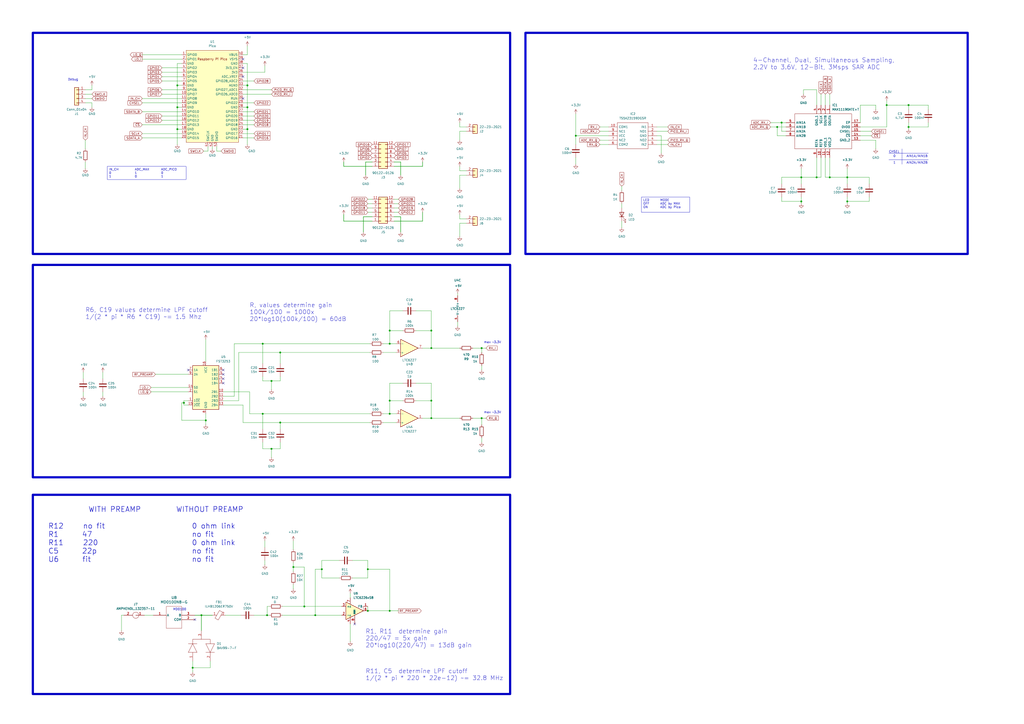
<source format=kicad_sch>
(kicad_sch (version 20231120) (generator "eeschema") (generator_version "8.0")
  (paper "A2")
  (title_block (date "2024-02-19"))
  (lib_symbols
    (symbol "Amplifier_Operational:LM4562" (pin_names (offset 0.127))
      (property "Reference" "U" (at 0 5.08 0))
      (property "Value" "LM4562" (at 0 -5.08 0))
      (symbol "LM4562_1_1"
        (pin output line (at 7.62 0 180) (length 2.54) (name "~") (number "1"))
        (pin input line (at -7.62 -2.54 0) (length 2.54) (name "-") (number "2"))
        (pin input line (at -7.62 2.54 0) (length 2.54) (name "+") (number "3"))
      )
      (symbol "LM4562_2_1"
        (pin input line (at -7.62 2.54 0) (length 2.54) (name "+") (number "5"))
        (pin input line (at -7.62 -2.54 0) (length 2.54) (name "-") (number "6"))
        (pin output line (at 7.62 0 180) (length 2.54) (name "~") (number "7"))
      )
      (symbol "LM4562_3_1"
        (pin power_in line (at -2.54 -7.62 90) (length 3.81) (name "V-") (number "4"))
        (pin power_in line (at -2.54 7.62 270) (length 3.81) (name "V+") (number "8"))
      )
    )
    (symbol "Amplifier_Operational:LTC6228xS8"
      (property "Reference" "U" (at 0 8.89 0))
      (property "Value" "LTC6228xS8" (at 0 6.35 0))
      (symbol "LTC6228xS8_1_1"
        (pin output line (at 7.62 2.54 180) (length 2.54) (name "FB") (number "1"))
        (pin input line (at -7.62 -2.54 0) (length 2.54) (name "-") (number "2"))
        (pin input line (at -7.62 2.54 0) (length 2.54) (name "+") (number "3"))
        (pin power_in line (at -2.54 -7.62 90) (length 3.81) (name "V-") (number "4"))
        (pin passive line (at -2.54 -7.62 90) (length 3.81) hide (name "V-") (number "5"))
        (pin output line (at 7.62 0 180) (length 2.54) (name "~") (number "6"))
        (pin power_in line (at -2.54 7.62 270) (length 3.81) (name "V+") (number "7"))
        (pin input line (at 0 -7.62 90) (length 5.08) (name "~{SHDN}") (number "8"))
      )
    )
    (symbol "Connector_Generic:Conn_01x02" (pin_names (offset 1.016) hide)
      (property "Reference" "J" (at 0 2.54 0))
      (property "Value" "Conn_01x02" (at 0 -5.08 0))
      (symbol "Conn_01x02_1_1"
        (pin passive line (at -5.08 0 0) (length 3.81) (name "Pin_1") (number "1"))
        (pin passive line (at -5.08 -2.54 0) (length 3.81) (name "Pin_2") (number "2"))
      )
    )
    (symbol "Connector_Generic:Conn_01x04" (pin_names (offset 1.016) hide)
      (property "Reference" "J" (at 0 5.08 0))
      (property "Value" "Conn_01x04" (at 0 -7.62 0))
      (symbol "Conn_01x04_1_1"
        (pin passive line (at -5.08 2.54 0) (length 3.81) (name "Pin_1") (number "1"))
        (pin passive line (at -5.08 0 0) (length 3.81) (name "Pin_2") (number "2"))
        (pin passive line (at -5.08 -2.54 0) (length 3.81) (name "Pin_3") (number "3"))
        (pin passive line (at -5.08 -5.08 0) (length 3.81) (name "Pin_4") (number "4"))
      )
    )
    (symbol "Connector_Generic:Conn_02x06_Odd_Even" (pin_names (offset 1.016) hide)
      (property "Reference" "J" (at 1.27 7.62 0))
      (property "Value" "Conn_02x06_Odd_Even" (at 1.27 -10.16 0))
      (symbol "Conn_02x06_Odd_Even_1_1"
        (pin passive line (at -5.08 5.08 0) (length 3.81) (name "Pin_1") (number "1"))
        (pin passive line (at 7.62 -5.08 180) (length 3.81) (name "Pin_10") (number "10"))
        (pin passive line (at -5.08 -7.62 0) (length 3.81) (name "Pin_11") (number "11"))
        (pin passive line (at 7.62 -7.62 180) (length 3.81) (name "Pin_12") (number "12"))
        (pin passive line (at 7.62 5.08 180) (length 3.81) (name "Pin_2") (number "2"))
        (pin passive line (at -5.08 2.54 0) (length 3.81) (name "Pin_3") (number "3"))
        (pin passive line (at 7.62 2.54 180) (length 3.81) (name "Pin_4") (number "4"))
        (pin passive line (at -5.08 0 0) (length 3.81) (name "Pin_5") (number "5"))
        (pin passive line (at 7.62 0 180) (length 3.81) (name "Pin_6") (number "6"))
        (pin passive line (at -5.08 -2.54 0) (length 3.81) (name "Pin_7") (number "7"))
        (pin passive line (at 7.62 -2.54 180) (length 3.81) (name "Pin_8") (number "8"))
        (pin passive line (at -5.08 -5.08 0) (length 3.81) (name "Pin_9") (number "9"))
      )
    )
    (symbol "Device:C" (pin_numbers hide) (pin_names (offset 0.254))
      (property "Reference" "C" (at 0.635 2.54 0))
      (property "Value" "C" (at 0.635 -2.54 0))
      (symbol "C_1_1"
        (pin passive line (at 0 3.81 270) (length 2.794) (name "~") (number "1"))
        (pin passive line (at 0 -3.81 90) (length 2.794) (name "~") (number "2"))
      )
    )
    (symbol "Device:LED" (pin_numbers hide) (pin_names (offset 1.016) hide)
      (property "Reference" "D" (at 0 2.54 0))
      (property "Value" "LED" (at 0 -2.54 0))
      (symbol "LED_1_1"
        (pin passive line (at -3.81 0 0) (length 2.54) (name "K") (number "1"))
        (pin passive line (at 3.81 0 180) (length 2.54) (name "A") (number "2"))
      )
    )
    (symbol "Device:R" (pin_numbers hide) (pin_names (offset 0))
      (property "Reference" "R" (at 2.032 0 90))
      (property "Value" "R" (at 0 0 90))
      (symbol "R_1_1"
        (pin passive line (at 0 3.81 270) (length 1.27) (name "~") (number "1"))
        (pin passive line (at 0 -3.81 90) (length 1.27) (name "~") (number "2"))
      )
    )
    (symbol "GND_1" (power) (pin_numbers hide) (pin_names (offset 0) hide)
      (property "Value" "GND" (at 0 -3.81 0))
      (symbol "GND_1_1_1"
        (pin power_in line (at 0 0 270) (length 0) (name "~") (number "1"))
      )
    )
    (symbol "GND_10" (power) (pin_numbers hide) (pin_names (offset 0) hide)
      (property "Value" "GND" (at 0 -3.81 0))
      (symbol "GND_10_1_1"
        (pin power_in line (at 0 0 270) (length 0) (name "~") (number "1"))
      )
    )
    (symbol "GND_11" (power) (pin_numbers hide) (pin_names (offset 0) hide)
      (property "Value" "GND" (at 0 -3.81 0))
      (symbol "GND_11_1_1"
        (pin power_in line (at 0 0 270) (length 0) (name "~") (number "1"))
      )
    )
    (symbol "GND_12" (power) (pin_numbers hide) (pin_names (offset 0) hide)
      (property "Value" "GND" (at 0 -3.81 0))
      (symbol "GND_12_1_1"
        (pin power_in line (at 0 0 270) (length 0) (name "~") (number "1"))
      )
    )
    (symbol "GND_13" (power) (pin_numbers hide) (pin_names (offset 0) hide)
      (property "Value" "GND" (at 0 -3.81 0))
      (symbol "GND_13_1_1"
        (pin power_in line (at 0 0 270) (length 0) (name "~") (number "1"))
      )
    )
    (symbol "GND_14" (power) (pin_numbers hide) (pin_names (offset 0) hide)
      (property "Value" "GND" (at 0 -3.81 0))
      (symbol "GND_14_1_1"
        (pin power_in line (at 0 0 270) (length 0) (name "~") (number "1"))
      )
    )
    (symbol "GND_15" (power) (pin_numbers hide) (pin_names (offset 0) hide)
      (property "Value" "GND" (at 0 -3.81 0))
      (symbol "GND_15_1_1"
        (pin power_in line (at 0 0 270) (length 0) (name "~") (number "1"))
      )
    )
    (symbol "GND_16" (power) (pin_numbers hide) (pin_names (offset 0) hide)
      (property "Value" "GND" (at 0 -3.81 0))
      (symbol "GND_16_1_1"
        (pin power_in line (at 0 0 270) (length 0) (name "~") (number "1"))
      )
    )
    (symbol "GND_17" (power) (pin_numbers hide) (pin_names (offset 0) hide)
      (property "Value" "GND" (at 0 -3.81 0))
      (symbol "GND_17_1_1"
        (pin power_in line (at 0 0 270) (length 0) (name "~") (number "1"))
      )
    )
    (symbol "GND_18" (power) (pin_numbers hide) (pin_names (offset 0) hide)
      (property "Value" "GND" (at 0 -3.81 0))
      (symbol "GND_18_1_1"
        (pin power_in line (at 0 0 270) (length 0) (name "~") (number "1"))
      )
    )
    (symbol "GND_19" (power) (pin_numbers hide) (pin_names (offset 0) hide)
      (property "Value" "GND" (at 0 -3.81 0))
      (symbol "GND_19_1_1"
        (pin power_in line (at 0 0 270) (length 0) (name "~") (number "1"))
      )
    )
    (symbol "GND_2" (power) (pin_numbers hide) (pin_names (offset 0) hide)
      (property "Value" "GND" (at 0 -3.81 0))
      (symbol "GND_2_1_1"
        (pin power_in line (at 0 0 270) (length 0) (name "~") (number "1"))
      )
    )
    (symbol "GND_20" (power) (pin_numbers hide) (pin_names (offset 0) hide)
      (property "Value" "GND" (at 0 -3.81 0))
      (symbol "GND_20_1_1"
        (pin power_in line (at 0 0 270) (length 0) (name "~") (number "1"))
      )
    )
    (symbol "GND_3" (power) (pin_numbers hide) (pin_names (offset 0) hide)
      (property "Value" "GND" (at 0 -3.81 0))
      (symbol "GND_3_1_1"
        (pin power_in line (at 0 0 270) (length 0) (name "~") (number "1"))
      )
    )
    (symbol "GND_4" (power) (pin_numbers hide) (pin_names (offset 0) hide)
      (property "Value" "GND" (at 0 -3.81 0))
      (symbol "GND_4_1_1"
        (pin power_in line (at 0 0 270) (length 0) (name "~") (number "1"))
      )
    )
    (symbol "GND_5" (power) (pin_numbers hide) (pin_names (offset 0) hide)
      (property "Value" "GND" (at 0 -3.81 0))
      (symbol "GND_5_1_1"
        (pin power_in line (at 0 0 270) (length 0) (name "~") (number "1"))
      )
    )
    (symbol "GND_6" (power) (pin_numbers hide) (pin_names (offset 0) hide)
      (property "Value" "GND" (at 0 -3.81 0))
      (symbol "GND_6_1_1"
        (pin power_in line (at 0 0 270) (length 0) (name "~") (number "1"))
      )
    )
    (symbol "GND_7" (power) (pin_numbers hide) (pin_names (offset 0) hide)
      (property "Value" "GND" (at 0 -3.81 0))
      (symbol "GND_7_1_1"
        (pin power_in line (at 0 0 270) (length 0) (name "~") (number "1"))
      )
    )
    (symbol "GND_8" (power) (pin_numbers hide) (pin_names (offset 0) hide)
      (property "Value" "GND" (at 0 -3.81 0))
      (symbol "GND_8_1_1"
        (pin power_in line (at 0 0 270) (length 0) (name "~") (number "1"))
      )
    )
    (symbol "GND_9" (power) (pin_numbers hide) (pin_names (offset 0) hide)
      (property "Value" "GND" (at 0 -3.81 0))
      (symbol "GND_9_1_1"
        (pin power_in line (at 0 0 270) (length 0) (name "~") (number "1"))
      )
    )
    (symbol "PICO_ADC_Test:AMPHENOL_132357-11" (pin_names (offset 0.762) hide)
      (property "Reference" "J" (at 16.51 7.62 0))
      (property "Value" "AMPHENOL_132357-11" (at 16.51 5.08 0))
      (symbol "AMPHENOL_132357-11_0_0"
        (pin passive line (at 0 0 0) (length 5.08) (name "1") (number "1"))
        (pin passive line (at 12.065 0 180) (length 5.08) (name "2") (number "2"))
      )
    )
    (symbol "PICO_ADC_Test:BAV99-7-F" (pin_names (offset 0.762))
      (property "Reference" "D" (at 5.08 8.89 0))
      (property "Value" "BAV99-7-F" (at 5.08 6.35 0))
      (symbol "BAV99-7-F_0_0"
        (pin passive line (at 0 0 0) (length 5.08) (name "~") (number "1"))
        (pin passive line (at 0 -10.16 0) (length 5.08) (name "~") (number "2"))
        (pin passive line (at 17.78 -5.08 180) (length 5.08) (name "~") (number "3"))
      )
    )
    (symbol "PICO_ADC_Test:BLM21BB750SN1D" (pin_names (offset 0.762))
      (property "Reference" "FB" (at 1.27 -5.08 0))
      (property "Value" "BLM21BB750SN1D" (at 1.27 -7.62 0))
      (symbol "BLM21BB750SN1D_1_1"
        (pin passive line (at -3.81 0 0) (length 2.54) (name "~") (number "1"))
        (pin passive line (at 3.81 0 180) (length 2.54) (name "~") (number "2"))
      )
    )
    (symbol "PICO_ADC_Test:MD0100N8-G" (pin_names (offset 0.254))
      (property "Reference" "U" (at 12.7 10.16 0))
      (property "Value" "MD0100N8-G" (at 12.7 7.62 0))
      (symbol "MD0100N8-G_0_1"
        (pin unspecified line (at 0 0 0) (length 7.62) (name "A") (number "1"))
        (pin unspecified line (at 24.13 -2.54 180) (length 7.62) (name "COM") (number "2"))
        (pin unspecified line (at 24.13 0 180) (length 7.62) (name "B") (number "3"))
      )
    )
    (symbol "PICO_ADC_Test:Pico"
      (property "Reference" "U" (at -13.97 27.94 0))
      (property "Value" "Pico" (at 0 19.05 0))
      (symbol "Pico_0_0"
        (text "Raspberry Pi Pico" (at 0 21.59 0) (effects (font (size 1.27 1.27))))
      )
      (symbol "Pico_1_1"
        (pin bidirectional line (at -17.78 24.13 0) (length 2.54) (name "GPIO0") (number "1"))
        (pin bidirectional line (at -17.78 1.27 0) (length 2.54) (name "GPIO7") (number "10"))
        (pin bidirectional line (at -17.78 -1.27 0) (length 2.54) (name "GPIO8") (number "11"))
        (pin bidirectional line (at -17.78 -3.81 0) (length 2.54) (name "GPIO9") (number "12"))
        (pin power_in line (at -17.78 -6.35 0) (length 2.54) (name "GND") (number "13"))
        (pin bidirectional line (at -17.78 -8.89 0) (length 2.54) (name "GPIO10") (number "14"))
        (pin bidirectional line (at -17.78 -11.43 0) (length 2.54) (name "GPIO11") (number "15"))
        (pin bidirectional line (at -17.78 -13.97 0) (length 2.54) (name "GPIO12") (number "16"))
        (pin bidirectional line (at -17.78 -16.51 0) (length 2.54) (name "GPIO13") (number "17"))
        (pin power_in line (at -17.78 -19.05 0) (length 2.54) (name "GND") (number "18"))
        (pin bidirectional line (at -17.78 -21.59 0) (length 2.54) (name "GPIO14") (number "19"))
        (pin bidirectional line (at -17.78 21.59 0) (length 2.54) (name "GPIO1") (number "2"))
        (pin bidirectional line (at -17.78 -24.13 0) (length 2.54) (name "GPIO15") (number "20"))
        (pin bidirectional line (at 17.78 -24.13 180) (length 2.54) (name "GPIO16") (number "21"))
        (pin bidirectional line (at 17.78 -21.59 180) (length 2.54) (name "GPIO17") (number "22"))
        (pin power_in line (at 17.78 -19.05 180) (length 2.54) (name "GND") (number "23"))
        (pin bidirectional line (at 17.78 -16.51 180) (length 2.54) (name "GPIO18") (number "24"))
        (pin bidirectional line (at 17.78 -13.97 180) (length 2.54) (name "GPIO19") (number "25"))
        (pin bidirectional line (at 17.78 -11.43 180) (length 2.54) (name "GPIO20") (number "26"))
        (pin bidirectional line (at 17.78 -8.89 180) (length 2.54) (name "GPIO21") (number "27"))
        (pin power_in line (at 17.78 -6.35 180) (length 2.54) (name "GND") (number "28"))
        (pin bidirectional line (at 17.78 -3.81 180) (length 2.54) (name "GPIO22") (number "29"))
        (pin power_in line (at -17.78 19.05 0) (length 2.54) (name "GND") (number "3"))
        (pin input line (at 17.78 -1.27 180) (length 2.54) (name "RUN") (number "30"))
        (pin bidirectional line (at 17.78 1.27 180) (length 2.54) (name "GPIO26_ADC0") (number "31"))
        (pin bidirectional line (at 17.78 3.81 180) (length 2.54) (name "GPIO27_ADC1") (number "32"))
        (pin power_in line (at 17.78 6.35 180) (length 2.54) (name "AGND") (number "33"))
        (pin bidirectional line (at 17.78 8.89 180) (length 2.54) (name "GPIO28_ADC2") (number "34"))
        (pin power_in line (at 17.78 11.43 180) (length 2.54) (name "ADC_VREF") (number "35"))
        (pin power_in line (at 17.78 13.97 180) (length 2.54) (name "3V3") (number "36"))
        (pin input line (at 17.78 16.51 180) (length 2.54) (name "3V3_EN") (number "37"))
        (pin bidirectional line (at 17.78 19.05 180) (length 2.54) (name "GND") (number "38"))
        (pin power_in line (at 17.78 21.59 180) (length 2.54) (name "VSYS") (number "39"))
        (pin bidirectional line (at -17.78 16.51 0) (length 2.54) (name "GPIO2") (number "4"))
        (pin power_in line (at 17.78 24.13 180) (length 2.54) (name "VBUS") (number "40"))
        (pin input line (at -2.54 -29.21 90) (length 2.54) (name "SWCLK") (number "41"))
        (pin power_in line (at 0 -29.21 90) (length 2.54) (name "GND") (number "42"))
        (pin bidirectional line (at 2.54 -29.21 90) (length 2.54) (name "SWDIO") (number "43"))
        (pin bidirectional line (at -17.78 13.97 0) (length 2.54) (name "GPIO3") (number "5"))
        (pin bidirectional line (at -17.78 11.43 0) (length 2.54) (name "GPIO4") (number "6"))
        (pin bidirectional line (at -17.78 8.89 0) (length 2.54) (name "GPIO5") (number "7"))
        (pin power_in line (at -17.78 6.35 0) (length 2.54) (name "GND") (number "8"))
        (pin bidirectional line (at -17.78 3.81 0) (length 2.54) (name "GPIO6") (number "9"))
      )
    )
    (symbol "RADIO-rescue:FST5253-xcvr_components"
      (property "Reference" "U" (at -7.62 13.97 0))
      (property "Value" "FST5253-xcvr_components" (at -11.43 -13.97 0))
      (symbol "FST5253-xcvr_components_1_1"
        (pin input line (at -10.16 -7.62 0) (length 2.54) (name "1~{OE}") (number "1"))
        (pin bidirectional line (at 10.16 -2.54 180) (length 2.54) (name "2B1") (number "10"))
        (pin bidirectional line (at 10.16 -5.08 180) (length 2.54) (name "2B2") (number "11"))
        (pin bidirectional line (at 10.16 -7.62 180) (length 2.54) (name "2B3") (number "12"))
        (pin bidirectional line (at 10.16 -10.16 180) (length 2.54) (name "2B4") (number "13"))
        (pin input line (at -10.16 0 0) (length 2.54) (name "S0") (number "14"))
        (pin input line (at -10.16 -10.16 0) (length 2.54) (name "2~{OE}") (number "15"))
        (pin power_in line (at 0 15.24 270) (length 2.54) (name "VCC") (number "16"))
        (pin input line (at -10.16 -2.54 0) (length 2.54) (name "S1") (number "2"))
        (pin bidirectional line (at 10.16 2.54 180) (length 2.54) (name "1B4") (number "3"))
        (pin bidirectional line (at 10.16 5.08 180) (length 2.54) (name "1B3") (number "4"))
        (pin bidirectional line (at 10.16 7.62 180) (length 2.54) (name "1B2") (number "5"))
        (pin bidirectional line (at 10.16 10.16 180) (length 2.54) (name "1B1") (number "6"))
        (pin bidirectional line (at -10.16 10.16 0) (length 2.54) (name "1A") (number "7"))
        (pin power_in line (at 0 -15.24 90) (length 2.54) (name "GND") (number "8"))
        (pin bidirectional line (at -10.16 7.62 0) (length 2.54) (name "2A") (number "9"))
      )
    )
    (symbol "SamacSys_Parts:MAX11190ATE+T" (pin_names (offset 0.762))
      (property "Reference" "IC" (at 26.67 17.78 0))
      (property "Value" "MAX11190ATE+T" (at 26.67 15.24 0))
      (symbol "MAX11190ATE+T_0_0"
        (pin passive line (at 0 0 0) (length 5.08) (name "DOUTA") (number "1"))
        (pin passive line (at 30.48 -5.08 180) (length 5.08) (name "REFB") (number "10"))
        (pin passive line (at 30.48 -2.54 180) (length 5.08) (name "VDD_1") (number "11"))
        (pin passive line (at 30.48 0 180) (length 5.08) (name "VDD_2") (number "12"))
        (pin passive line (at 20.32 17.78 270) (length 5.08) (name "GND_2") (number "13"))
        (pin passive line (at 17.78 17.78 270) (length 5.08) (name "~{CS}") (number "14"))
        (pin passive line (at 15.24 17.78 270) (length 5.08) (name "CHSEL") (number "15"))
        (pin passive line (at 12.7 17.78 270) (length 5.08) (name "OVDD") (number "16"))
        (pin passive line (at 10.16 17.78 270) (length 5.08) (name "EP") (number "17"))
        (pin passive line (at 0 -2.54 0) (length 5.08) (name "DOUTB") (number "2"))
        (pin passive line (at 0 -5.08 0) (length 5.08) (name "SCLK") (number "3"))
        (pin passive line (at 0 -7.62 0) (length 5.08) (name "GND_1") (number "4"))
        (pin passive line (at 10.16 -25.4 90) (length 5.08) (name "AIN1A") (number "5"))
        (pin passive line (at 12.7 -25.4 90) (length 5.08) (name "AIN1B") (number "6"))
        (pin passive line (at 15.24 -25.4 90) (length 5.08) (name "AIN2A") (number "7"))
        (pin passive line (at 17.78 -25.4 90) (length 5.08) (name "AIN2B") (number "8"))
        (pin passive line (at 30.48 -7.62 180) (length 5.08) (name "REFA") (number "9"))
      )
    )
    (symbol "SamacSys_Parts:TS5A23159DGSR" (pin_names (offset 0.762))
      (property "Reference" "IC" (at 24.13 7.62 0))
      (property "Value" "TS5A23159DGSR" (at 24.13 5.08 0))
      (symbol "TS5A23159DGSR_0_0"
        (pin passive line (at 0 0 0) (length 5.08) (name "IN1") (number "1"))
        (pin passive line (at 27.94 0 180) (length 5.08) (name "COM1") (number "10"))
        (pin passive line (at 0 -2.54 0) (length 5.08) (name "NO1") (number "2"))
        (pin passive line (at 0 -5.08 0) (length 5.08) (name "GND") (number "3"))
        (pin passive line (at 0 -7.62 0) (length 5.08) (name "NO2") (number "4"))
        (pin passive line (at 0 -10.16 0) (length 5.08) (name "IN2") (number "5"))
        (pin passive line (at 27.94 -10.16 180) (length 5.08) (name "COM2") (number "6"))
        (pin passive line (at 27.94 -7.62 180) (length 5.08) (name "NC2") (number "7"))
        (pin passive line (at 27.94 -5.08 180) (length 5.08) (name "VCC") (number "8"))
        (pin passive line (at 27.94 -2.54 180) (length 5.08) (name "NC1") (number "9"))
      )
    )
    (symbol "power:+3.3V" (power) (pin_names (offset 0))
      (property "Value" "+3.3V" (at 0 3.556 0))
      (symbol "+3.3V_1_1"
        (pin power_in line (at 0 0 90) (length 0) hide (name "+3.3V") (number "1"))
      )
    )
    (symbol "power:+5V" (power) (pin_names (offset 0))
      (property "Value" "+5V" (at 0 3.556 0))
      (symbol "+5V_1_1"
        (pin power_in line (at 0 0 90) (length 0) hide (name "+5V") (number "1"))
      )
    )
    (symbol "power:GND" (power) (pin_names (offset 0))
      (property "Value" "GND" (at 0 -3.81 0))
      (symbol "GND_1_1"
        (pin power_in line (at 0 0 270) (length 0) hide (name "GND") (number "1"))
      )
    )
  )
  (junction (at 154.94 356.87))
  (junction (at 250.19 201.93))
  (junction (at 213.36 354.33))
  (junction (at 102.87 74.93))
  (junction (at 162.56 204.47))
  (junction (at 527.05 73.66))
  (junction (at 473.71 102.87))
  (junction (at 143.51 49.53))
  (junction (at 143.51 74.93))
  (junction (at 119.38 243.84))
  (junction (at 176.53 351.79))
  (junction (at 182.88 356.87))
  (junction (at 170.18 328.93))
  (junction (at 464.82 116.84))
  (junction (at 279.4 242.57))
  (junction (at 143.51 62.23))
  (junction (at 450.85 73.66))
  (junction (at 226.06 199.39))
  (junction (at 527.05 60.96))
  (junction (at 250.19 232.41))
  (junction (at 116.84 356.87))
  (junction (at 226.06 240.03))
  (junction (at 453.39 71.12))
  (junction (at 250.19 191.77))
  (junction (at 464.82 102.87))
  (junction (at 157.48 220.98))
  (junction (at 152.4 199.39))
  (junction (at 226.06 191.77))
  (junction (at 111.76 387.35))
  (junction (at 279.4 201.93))
  (junction (at 226.06 354.33))
  (junction (at 250.19 242.57))
  (junction (at 514.35 60.96))
  (junction (at 491.49 116.84))
  (junction (at 106.68 233.68))
  (junction (at 481.33 102.87))
  (junction (at 226.06 232.41))
  (junction (at 213.36 330.2))
  (junction (at 186.69 330.2))
  (junction (at 157.48 260.35))
  (junction (at 162.56 245.11))
  (junction (at 102.87 49.53))
  (junction (at 334.01 78.74))
  (junction (at 152.4 240.03))
  (junction (at 491.49 102.87))
  (junction (at 102.87 62.23))
  (no_connect (at 205.74 361.95))
  (no_connect (at 113.03 359.41))
  (no_connect (at 140.97 44.45))
  (no_connect (at 140.97 57.15))
  (no_connect (at 129.54 214.63))
  (no_connect (at 129.54 217.17))
  (no_connect (at 129.54 222.25))
  (no_connect (at 140.97 39.37))
  (no_connect (at 140.97 34.29))
  (no_connect (at 109.22 214.63))
  (no_connect (at 129.54 219.71))
  (wire (pts (xy 140.97 36.83) (xy 143.51 36.83)))
  (wire (pts (xy 49.53 93.98) (xy 49.53 97.79)))
  (wire (pts (xy 162.56 245.11) (xy 214.63 245.11)))
  (wire (pts (xy 231.14 118.11) (xy 228.6 118.11)))
  (wire (pts (xy 453.39 116.84) (xy 464.82 116.84)))
  (wire (pts (xy 266.7 127) (xy 266.7 124.46)))
  (wire (pts (xy 334.01 78.74) (xy 334.01 66.04)))
  (wire (pts (xy 153.67 41.91) (xy 153.67 38.1)))
  (wire (pts (xy 504.19 102.87) (xy 491.49 102.87)))
  (wire (pts (xy 182.88 330.2) (xy 186.69 330.2)))
  (wire (pts (xy 53.34 59.69) (xy 49.53 59.69)))
  (wire (pts (xy 226.06 330.2) (xy 213.36 330.2)))
  (wire (pts (xy 527.05 73.66) (xy 538.48 73.66)))
  (wire (pts (xy 360.68 118.11) (xy 360.68 120.65)))
  (wire (pts (xy 135.89 199.39) (xy 152.4 199.39)))
  (wire (pts (xy 120.65 87.63) (xy 118.11 87.63)))
  (wire (pts (xy 111.76 387.35) (xy 121.92 387.35)))
  (wire (pts (xy 499.11 73.66) (xy 514.35 73.66)))
  (wire (pts (xy 270.51 127) (xy 266.7 127)))
  (wire (pts (xy 82.55 31.75) (xy 105.41 31.75)))
  (wire (pts (xy 147.32 67.31) (xy 140.97 67.31)))
  (wire (pts (xy 203.2 361.95) (xy 203.2 372.11)))
  (wire (pts (xy 82.55 77.47) (xy 105.41 77.47)))
  (wire (pts (xy 270.51 129.54) (xy 266.7 129.54)))
  (wire (pts (xy 453.39 102.87) (xy 464.82 102.87)))
  (wire (pts (xy 129.54 229.87) (xy 135.89 229.87)))
  (wire (pts (xy 476.25 91.44) (xy 476.25 102.87)))
  (wire (pts (xy 186.69 325.12) (xy 186.69 330.2)))
  (wire (pts (xy 102.87 62.23) (xy 105.41 62.23)))
  (wire (pts (xy 383.54 88.9) (xy 383.54 78.74)))
  (wire (pts (xy 119.38 240.03) (xy 119.38 243.84)))
  (wire (pts (xy 233.68 222.25) (xy 226.06 222.25)))
  (wire (pts (xy 228.6 115.57) (xy 231.14 115.57)))
  (wire (pts (xy 499.11 60.96) (xy 508 60.96)))
  (wire (pts (xy 499.11 78.74) (xy 505.46 78.74)))
  (wire (pts (xy 279.4 242.57) (xy 281.94 242.57)))
  (wire (pts (xy 203.2 344.17) (xy 203.2 346.71)))
  (wire (pts (xy 478.79 91.44) (xy 478.79 102.87)))
  (wire (pts (xy 162.56 204.47) (xy 214.63 204.47)))
  (wire (pts (xy 123.19 85.09) (xy 123.19 86.36)))
  (wire (pts (xy 82.55 64.77) (xy 105.41 64.77)))
  (wire (pts (xy 213.36 330.2) (xy 213.36 335.28)))
  (wire (pts (xy 508 81.28) (xy 508 86.36)))
  (wire (pts (xy 82.55 59.69) (xy 105.41 59.69)))
  (wire (pts (xy 226.06 191.77) (xy 233.68 191.77)))
  (wire (pts (xy 157.48 220.98) (xy 152.4 220.98)))
  (wire (pts (xy 250.19 201.93) (xy 245.11 201.93)))
  (wire (pts (xy 102.87 36.83) (xy 102.87 49.53)))
  (wire (pts (xy 140.97 49.53) (xy 143.51 49.53)))
  (wire (pts (xy 464.82 102.87) (xy 464.82 106.68)))
  (wire (pts (xy 176.53 328.93) (xy 176.53 351.79)))
  (wire (pts (xy 102.87 62.23) (xy 102.87 74.93)))
  (wire (pts (xy 527.05 73.66) (xy 527.05 74.93)))
  (wire (pts (xy 360.68 107.95) (xy 360.68 110.49)))
  (wire (pts (xy 478.79 102.87) (xy 481.33 102.87)))
  (wire (pts (xy 473.71 60.96) (xy 473.71 52.07)))
  (wire (pts (xy 514.35 73.66) (xy 514.35 60.96)))
  (wire (pts (xy 140.97 54.61) (xy 157.48 54.61)))
  (wire (pts (xy 491.49 102.87) (xy 491.49 97.79)))
  (wire (pts (xy 82.55 57.15) (xy 105.41 57.15)))
  (wire (pts (xy 154.94 356.87) (xy 156.21 356.87)))
  (wire (pts (xy 455.93 76.2) (xy 453.39 76.2)))
  (wire (pts (xy 182.88 356.87) (xy 182.88 330.2)))
  (wire (pts (xy 140.97 234.95) (xy 129.54 234.95)))
  (wire (pts (xy 232.41 93.98) (xy 232.41 101.6)) (stroke (width 0.254)))
  (wire (pts (xy 140.97 64.77) (xy 147.32 64.77)))
  (wire (pts (xy 241.3 222.25) (xy 250.19 222.25)))
  (wire (pts (xy 90.17 217.17) (xy 109.22 217.17)))
  (wire (pts (xy 170.18 328.93) (xy 176.53 328.93)))
  (wire (pts (xy 226.06 232.41) (xy 226.06 240.03)))
  (wire (pts (xy 499.11 76.2) (xy 505.46 76.2)))
  (wire (pts (xy 274.32 242.57) (xy 279.4 242.57)))
  (wire (pts (xy 53.34 62.23) (xy 53.34 59.69)))
  (wire (pts (xy 140.97 77.47) (xy 147.32 77.47)))
  (wire (pts (xy 152.4 256.54) (xy 152.4 260.35)))
  (wire (pts (xy 204.47 325.12) (xy 213.36 325.12)))
  (wire (pts (xy 504.19 114.3) (xy 504.19 116.84)))
  (wire (pts (xy 447.04 73.66) (xy 450.85 73.66)))
  (wire (pts (xy 381 73.66) (xy 387.35 73.66)))
  (wire (pts (xy 491.49 102.87) (xy 491.49 106.68)))
  (wire (pts (xy 82.55 72.39) (xy 105.41 72.39)))
  (wire (pts (xy 157.48 260.35) (xy 157.48 265.43)))
  (wire (pts (xy 250.19 201.93) (xy 266.7 201.93)))
  (wire (pts (xy 48.26 215.9) (xy 48.26 219.71)))
  (wire (pts (xy 222.25 240.03) (xy 226.06 240.03)))
  (wire (pts (xy 140.97 52.07) (xy 157.48 52.07)))
  (wire (pts (xy 109.22 234.95) (xy 106.68 234.95)))
  (wire (pts (xy 138.43 232.41) (xy 138.43 204.47)))
  (wire (pts (xy 508 60.96) (xy 508 63.5)))
  (wire (pts (xy 105.41 36.83) (xy 102.87 36.83)))
  (wire (pts (xy 228.6 123.19) (xy 231.14 123.19)))
  (wire (pts (xy 152.4 260.35) (xy 157.48 260.35)))
  (wire (pts (xy 250.19 180.34) (xy 250.19 191.77)))
  (wire (pts (xy 447.04 71.12) (xy 453.39 71.12)))
  (wire (pts (xy 265.43 186.69) (xy 265.43 189.23)))
  (wire (pts (xy 157.48 260.35) (xy 162.56 260.35)))
  (wire (pts (xy 266.7 101.6) (xy 266.7 109.22)))
  (wire (pts (xy 59.69 227.33) (xy 59.69 229.87)))
  (wire (pts (xy 514.35 60.96) (xy 514.35 58.42)))
  (wire (pts (xy 266.7 129.54) (xy 266.7 137.16)))
  (wire (pts (xy 204.47 335.28) (xy 213.36 335.28)))
  (wire (pts (xy 226.06 240.03) (xy 229.87 240.03)))
  (wire (pts (xy 266.7 73.66) (xy 266.7 71.12)))
  (wire (pts (xy 153.67 313.69) (xy 153.67 317.5)))
  (wire (pts (xy 464.82 116.84) (xy 464.82 118.11)))
  (wire (pts (xy 157.48 220.98) (xy 162.56 220.98)))
  (wire (pts (xy 383.54 78.74) (xy 381 78.74)))
  (wire (pts (xy 59.69 215.9) (xy 59.69 219.71)))
  (wire (pts (xy 49.53 52.07) (xy 53.34 52.07)))
  (wire (pts (xy 228.6 125.73) (xy 232.41 125.73)) (stroke (width 0.254)))
  (wire (pts (xy 116.84 356.87) (xy 116.84 365.76)) (stroke (width 0.254)))
  (wire (pts (xy 334.01 91.44) (xy 334.01 95.25)))
  (wire (pts (xy 279.4 201.93) (xy 281.94 201.93)))
  (wire (pts (xy 232.41 125.73) (xy 232.41 134.62)) (stroke (width 0.254)))
  (wire (pts (xy 241.3 191.77) (xy 250.19 191.77)))
  (wire (pts (xy 129.54 232.41) (xy 138.43 232.41)))
  (wire (pts (xy 241.3 180.34) (xy 250.19 180.34)))
  (wire (pts (xy 274.32 201.93) (xy 279.4 201.93)))
  (wire (pts (xy 381 81.28) (xy 387.35 81.28)))
  (wire (pts (xy 196.85 335.28) (xy 186.69 335.28)))
  (wire (pts (xy 453.39 76.2) (xy 453.39 71.12)))
  (wire (pts (xy 504.19 116.84) (xy 491.49 116.84)))
  (wire (pts (xy 82.55 80.01) (xy 105.41 80.01)))
  (wire (pts (xy 215.9 123.19) (xy 213.36 123.19)))
  (wire (pts (xy 105.41 233.68) (xy 106.68 233.68)))
  (wire (pts (xy 464.82 102.87) (xy 464.82 97.79)))
  (wire (pts (xy 481.33 91.44) (xy 481.33 102.87)))
  (wire (pts (xy 270.51 73.66) (xy 266.7 73.66)))
  (wire (pts (xy 87.63 224.79) (xy 109.22 224.79)))
  (wire (pts (xy 140.97 245.11) (xy 140.97 234.95)))
  (wire (pts (xy 213.36 351.79) (xy 213.36 354.33)))
  (wire (pts (xy 135.89 229.87) (xy 135.89 199.39)))
  (wire (pts (xy 279.4 212.09) (xy 279.4 214.63)))
  (wire (pts (xy 334.01 78.74) (xy 334.01 83.82)))
  (wire (pts (xy 138.43 204.47) (xy 162.56 204.47)))
  (wire (pts (xy 143.51 36.83) (xy 143.51 49.53)))
  (wire (pts (xy 143.51 49.53) (xy 143.51 62.23)))
  (wire (pts (xy 140.97 69.85) (xy 147.32 69.85)))
  (wire (pts (xy 176.53 351.79) (xy 198.12 351.79)))
  (wire (pts (xy 250.19 242.57) (xy 245.11 242.57)))
  (wire (pts (xy 116.84 356.87) (xy 123.19 356.87)) (stroke (width 0.254)))
  (wire (pts (xy 105.41 233.68) (xy 105.41 243.84)))
  (wire (pts (xy 170.18 328.93) (xy 170.18 331.47)))
  (wire (pts (xy 106.68 234.95) (xy 106.68 233.68)))
  (wire (pts (xy 154.94 351.79) (xy 154.94 356.87)))
  (wire (pts (xy 347.98 81.28) (xy 353.06 81.28)))
  (wire (pts (xy 226.06 199.39) (xy 226.06 191.77)))
  (wire (pts (xy 450.85 73.66) (xy 455.93 73.66)))
  (wire (pts (xy 162.56 218.44) (xy 162.56 220.98)))
  (wire (pts (xy 215.9 93.98) (xy 212.09 93.98)) (stroke (width 0.254)))
  (wire (pts (xy 111.76 383.54) (xy 111.76 387.35)))
  (wire (pts (xy 93.98 69.85) (xy 105.41 69.85)))
  (wire (pts (xy 119.38 243.84) (xy 119.38 246.38)))
  (wire (pts (xy 144.78 227.33) (xy 144.78 240.03)))
  (wire (pts (xy 120.65 85.09) (xy 120.65 87.63)))
  (wire (pts (xy 130.81 356.87) (xy 139.7 356.87)))
  (wire (pts (xy 250.19 191.77) (xy 250.19 201.93)))
  (wire (pts (xy 199.39 93.98) (xy 199.39 96.52)) (stroke (width 0.254)))
  (wire (pts (xy 93.98 54.61) (xy 105.41 54.61)))
  (wire (pts (xy 279.4 201.93) (xy 279.4 204.47)))
  (wire (pts (xy 347.98 73.66) (xy 353.06 73.66)))
  (wire (pts (xy 93.98 39.37) (xy 105.41 39.37)))
  (wire (pts (xy 233.68 232.41) (xy 226.06 232.41)))
  (wire (pts (xy 162.56 256.54) (xy 162.56 260.35)))
  (wire (pts (xy 279.4 242.57) (xy 279.4 246.38)))
  (wire (pts (xy 381 76.2) (xy 387.35 76.2)))
  (wire (pts (xy 266.7 76.2) (xy 266.7 81.28)))
  (wire (pts (xy 229.87 199.39) (xy 226.06 199.39)))
  (wire (pts (xy 226.06 180.34) (xy 226.06 191.77)))
  (wire (pts (xy 213.36 118.11) (xy 215.9 118.11)))
  (wire (pts (xy 228.6 93.98) (xy 232.41 93.98)) (stroke (width 0.254)))
  (wire (pts (xy 476.25 54.61) (xy 476.25 60.96)))
  (wire (pts (xy 106.68 232.41) (xy 109.22 232.41)))
  (wire (pts (xy 481.33 54.61) (xy 481.33 60.96)))
  (wire (pts (xy 102.87 74.93) (xy 102.87 83.82)))
  (wire (pts (xy 499.11 81.28) (xy 508 81.28)))
  (wire (pts (xy 182.88 356.87) (xy 198.12 356.87)))
  (wire (pts (xy 147.32 80.01) (xy 140.97 80.01)))
  (wire (pts (xy 226.06 222.25) (xy 226.06 232.41)))
  (wire (pts (xy 245.11 128.27) (xy 245.11 123.19)) (stroke (width 0.254)))
  (wire (pts (xy 473.71 91.44) (xy 473.71 102.87)))
  (wire (pts (xy 455.93 78.74) (xy 450.85 78.74)))
  (wire (pts (xy 527.05 71.12) (xy 527.05 73.66)))
  (wire (pts (xy 93.98 41.91) (xy 105.41 41.91)))
  (wire (pts (xy 82.55 34.29) (xy 105.41 34.29)))
  (wire (pts (xy 70.485 356.87) (xy 70.485 365.76)))
  (wire (pts (xy 270.51 99.06) (xy 266.7 99.06)))
  (wire (pts (xy 129.54 227.33) (xy 144.78 227.33)))
  (wire (pts (xy 250.19 222.25) (xy 250.19 232.41)))
  (wire (pts (xy 538.48 63.5) (xy 538.48 60.96)))
  (wire (pts (xy 71.755 356.87) (xy 70.485 356.87)))
  (wire (pts (xy 212.09 93.98) (xy 212.09 101.6)) (stroke (width 0.254)))
  (wire (pts (xy 152.4 240.03) (xy 214.63 240.03)))
  (wire (pts (xy 491.49 116.84) (xy 491.49 118.11)))
  (wire (pts (xy 453.39 71.12) (xy 455.93 71.12)))
  (wire (pts (xy 113.03 356.87) (xy 116.84 356.87)) (stroke (width 0.254)))
  (wire (pts (xy 347.98 76.2) (xy 353.06 76.2)))
  (wire (pts (xy 49.53 57.15) (xy 53.34 57.15)))
  (wire (pts (xy 121.92 383.54) (xy 121.92 387.35)))
  (wire (pts (xy 140.97 74.93) (xy 143.51 74.93)))
  (wire (pts (xy 125.73 87.63) (xy 128.27 87.63)))
  (wire (pts (xy 491.49 114.3) (xy 491.49 116.84)))
  (wire (pts (xy 527.05 60.96) (xy 527.05 63.5)))
  (wire (pts (xy 196.85 325.12) (xy 186.69 325.12)))
  (wire (pts (xy 527.05 60.96) (xy 514.35 60.96)))
  (wire (pts (xy 245.11 93.98) (xy 245.11 96.52)) (stroke (width 0.254)))
  (wire (pts (xy 162.56 248.92) (xy 162.56 245.11)))
  (wire (pts (xy 453.39 114.3) (xy 453.39 116.84)))
  (wire (pts (xy 170.18 339.09) (xy 170.18 341.63)))
  (wire (pts (xy 83.82 356.87) (xy 88.9 356.87)))
  (wire (pts (xy 265.43 170.18) (xy 265.43 171.45)))
  (wire (pts (xy 125.73 85.09) (xy 125.73 87.63)))
  (wire (pts (xy 163.83 356.87) (xy 182.88 356.87)))
  (wire (pts (xy 481.33 102.87) (xy 491.49 102.87)))
  (wire (pts (xy 93.98 52.07) (xy 105.41 52.07)))
  (wire (pts (xy 157.48 220.98) (xy 157.48 226.06)))
  (wire (pts (xy 266.7 99.06) (xy 266.7 96.52)))
  (wire (pts (xy 450.85 78.74) (xy 450.85 73.66)))
  (wire (pts (xy 226.06 354.33) (xy 226.06 330.2)))
  (wire (pts (xy 143.51 62.23) (xy 140.97 62.23)))
  (wire (pts (xy 233.68 180.34) (xy 226.06 180.34)))
  (wire (pts (xy 147.32 356.87) (xy 154.94 356.87)))
  (wire (pts (xy 199.39 128.27) (xy 215.9 128.27)) (stroke (width 0.254)))
  (wire (pts (xy 163.83 351.79) (xy 176.53 351.79)))
  (wire (pts (xy 245.11 96.52) (xy 228.6 96.52)) (stroke (width 0.254)))
  (wire (pts (xy 499.11 71.12) (xy 499.11 60.96)))
  (wire (pts (xy 210.82 125.73) (xy 210.82 134.62)) (stroke (width 0.254)))
  (wire (pts (xy 170.18 313.69) (xy 170.18 318.77)))
  (wire (pts (xy 152.4 199.39) (xy 214.63 199.39)))
  (wire (pts (xy 152.4 199.39) (xy 152.4 210.82)))
  (wire (pts (xy 119.38 196.85) (xy 119.38 209.55)))
  (wire (pts (xy 199.39 96.52) (xy 215.9 96.52)) (stroke (width 0.254)))
  (wire (pts (xy 49.53 54.61) (xy 53.34 54.61)))
  (wire (pts (xy 186.69 330.2) (xy 186.69 335.28)))
  (wire (pts (xy 241.3 232.41) (xy 250.19 232.41)))
  (wire (pts (xy 105.41 243.84) (xy 119.38 243.84)))
  (wire (pts (xy 213.36 354.33) (xy 226.06 354.33)))
  (wire (pts (xy 250.19 242.57) (xy 266.7 242.57)))
  (wire (pts (xy 464.82 114.3) (xy 464.82 116.84)))
  (wire (pts (xy 466.09 52.07) (xy 466.09 54.61)))
  (wire (pts (xy 381 83.82) (xy 387.35 83.82)))
  (wire (pts (xy 93.98 44.45) (xy 105.41 44.45)))
  (wire (pts (xy 102.87 49.53) (xy 105.41 49.53)))
  (wire (pts (xy 250.19 232.41) (xy 250.19 242.57)))
  (wire (pts (xy 143.51 31.75) (xy 140.97 31.75)))
  (wire (pts (xy 111.76 387.35) (xy 111.76 389.89)))
  (wire (pts (xy 199.39 124.46) (xy 199.39 128.27)) (stroke (width 0.254)))
  (wire (pts (xy 143.51 26.67) (xy 143.51 31.75)))
  (wire (pts (xy 473.71 102.87) (xy 476.25 102.87)))
  (wire (pts (xy 213.36 120.65) (xy 215.9 120.65)))
  (wire (pts (xy 222.25 245.11) (xy 229.87 245.11)))
  (wire (pts (xy 87.63 227.33) (xy 109.22 227.33)))
  (wire (pts (xy 102.87 74.93) (xy 105.41 74.93)))
  (wire (pts (xy 270.51 101.6) (xy 266.7 101.6)))
  (wire (pts (xy 140.97 245.11) (xy 162.56 245.11)))
  (wire (pts (xy 538.48 60.96) (xy 527.05 60.96)))
  (wire (pts (xy 152.4 240.03) (xy 152.4 248.92)))
  (wire (pts (xy 478.79 54.61) (xy 478.79 60.96)))
  (wire (pts (xy 162.56 204.47) (xy 162.56 210.82)))
  (wire (pts (xy 48.26 227.33) (xy 48.26 229.87)))
  (wire (pts (xy 215.9 125.73) (xy 210.82 125.73)) (stroke (width 0.254)))
  (wire (pts (xy 143.51 74.93) (xy 143.51 83.82)))
  (wire (pts (xy 140.97 41.91) (xy 153.67 41.91)))
  (wire (pts (xy 93.98 46.99) (xy 105.41 46.99)))
  (wire (pts (xy 215.9 115.57) (xy 213.36 115.57)))
  (wire (pts (xy 102.87 49.53) (xy 102.87 62.23)))
  (wire (pts (xy 231.14 120.65) (xy 228.6 120.65)))
  (wire (pts (xy 152.4 218.44) (xy 152.4 220.98)))
  (wire (pts (xy 226.06 354.33) (xy 231.14 354.33)))
  (wire (pts (xy 143.51 74.93) (xy 143.51 62.23)))
  (wire (pts (xy 504.19 106.68) (xy 504.19 102.87)))
  (wire (pts (xy 49.53 86.36) (xy 49.53 81.28)))
  (wire (pts (xy 228.6 128.27) (xy 245.11 128.27)) (stroke (width 0.254)))
  (wire (pts (xy 347.98 83.82) (xy 353.06 83.82)))
  (wire (pts (xy 140.97 72.39) (xy 147.32 72.39)))
  (wire (pts (xy 464.82 102.87) (xy 473.71 102.87)))
  (wire (pts (xy 106.68 233.68) (xy 106.68 232.41)))
  (wire (pts (xy 93.98 67.31) (xy 105.41 67.31)))
  (wire (pts (xy 222.25 204.47) (xy 229.87 204.47)))
  (wire (pts (xy 147.32 59.69) (xy 140.97 59.69)))
  (wire (pts (xy 453.39 106.68) (xy 453.39 102.87)))
  (wire (pts (xy 147.32 46.99) (xy 140.97 46.99)))
  (wire (pts (xy 222.25 199.39) (xy 226.06 199.39)))
  (wire (pts (xy 279.4 254) (xy 279.4 256.54)))
  (wire (pts (xy 334.01 78.74) (xy 353.06 78.74)))
  (wire (pts (xy 153.67 325.12) (xy 153.67 327.66)))
  (wire (pts (xy 170.18 326.39) (xy 170.18 328.93)))
  (wire (pts (xy 156.21 351.79) (xy 154.94 351.79)))
  (wire (pts (xy 360.68 128.27) (xy 360.68 132.08)))
  (wire (pts (xy 473.71 52.07) (xy 466.09 52.07)))
  (wire (pts (xy 144.78 240.03) (xy 152.4 240.03)))
  (wire (pts (xy 53.34 52.07) (xy 53.34 49.53)))
  (wire (pts (xy 270.51 76.2) (xy 266.7 76.2)))
  (wire (pts (xy 538.48 71.12) (xy 538.48 73.66)))
  (wire (pts (xy 213.36 325.12) (xy 213.36 330.2)))
  (rectangle (start 304.8 19.05) (end 561.34 147.32) (stroke (width 1.27)))
  (rectangle (start 19.05 287.02) (end 295.91 402.59) (stroke (width 1.27)))
  (rectangle (start 19.05 153.67) (end 295.91 276.86) (stroke (width 1.27)))
  (rectangle (start 515.62 92.71) (end 538.48 92.71))
  (rectangle (start 515.62 88.9) (end 538.48 88.9))
  (rectangle (start 523.24 86.36) (end 523.24 95.25))
  (rectangle (start 19.05 19.05) (end 295.91 147.32) (stroke (width 1.27)))
  (text_box "IN_CH		ADC_MAX		ADC_PICO\n0			1			0\n1			0			1" (at 62.23 96.52 0) (size 45.72 7.62) (effects (font (size 1.27 1.27)) (justify left top)))
  (text_box "LED		MODE\nOFF		ADC by MAX\nON		ADC by Pico" (at 372.11 114.3 0) (size 27.94 8.89) (effects (font (size 1.27 1.27)) (justify left top)))
  (text "		WITH PREAMP         WITHOUT PREAMP\n\nR12     no fit				0 ohm link\nR1      47					no fit\nR11     220					0 ohm link\nC5      22p					no fit               \nU6      fit					no fit" (at 27.94 326.39 0) (effects (font (size 3 3) (thickness 0.254) (bold yes)) (justify left bottom)))
  (text "0" (at 518.16 91.44 0) (effects (font (size 1.27 1.27)) (justify left bottom)))
  (text "R6, C19 values determine LPF cutoff\n1/(2 * pi * R6 * C19) ~= 1.5 Mhz" (at 49.53 185.42 0) (effects (font (size 2.5 2.5)) (justify left bottom)))
  (text "R11, C5  determine LPF cutoff\n1/(2 * pi * 220 * 22e-12) ~= 32.8 MHz" (at 212.09 394.97 0) (effects (font (size 2.5 2.5)) (justify left bottom)))
  (text "4-Channel, Dual, Simultaneous Sampling,\n2.2V to 3.6V, 12-Bit, 3Msps SAR ADC" (at 436.88 40.64 0) (effects (font (size 2.54 2.54)) (justify left bottom)))
  (text "MD0100" (at 100.33 354.33 0) (effects (font (size 1.27 1.27)) (justify left bottom)))
  (text "1" (at 518.16 95.25 0) (effects (font (size 1.27 1.27)) (justify left bottom)))
  (text "AIN1A/AIN1B" (at 525.78 91.44 0) (effects (font (size 1.27 1.27)) (justify left bottom)))
  (text "AIN2A/AIN2B" (at 525.78 95.25 0) (effects (font (size 1.27 1.27)) (justify left bottom)))
  (text "max ~3.3V" (at 280.67 199.39 0) (effects (font (size 1.27 1.27)) (justify left bottom)))
  (text "R, values determine gain\n100k/100 = 1000x\n20*log10(100k/100) = 60dB" (at 144.78 186.69 0) (effects (font (size 2.5 2.5)) (justify left bottom)))
  (text "max ~3.3V" (at 280.67 240.03 0) (effects (font (size 1.27 1.27)) (justify left bottom)))
  (text "CHSEL" (at 515.62 88.9 0) (effects (font (size 1.27 1.27)) (justify left bottom)))
  (text "R1, R11  determine gain\n220/47 = 5x gain\n20*log10(220/47) = 13dB gain" (at 212.09 375.92 0) (effects (font (size 2.5 2.5)) (justify left bottom)))
  (text "Debug" (at 39.37 46.99 0) (effects (font (size 1.27 1.27)) (justify left bottom)))
  (global_label "GPIO18" (shape input) (at 213.36 120.65 180) (property "Intersheetrefs" "${INTERSHEET_REFS}" (effects (hide yes))))
  (global_label "IN_CH" (shape input) (at 387.35 73.66 0) (property "Intersheetrefs" "${INTERSHEET_REFS}" (effects (hide yes))))
  (global_label "GPIO12" (shape input) (at 93.98 69.85 180) (property "Intersheetrefs" "${INTERSHEET_REFS}" (effects (hide yes))))
  (global_label "GPIO16" (shape input) (at 215.9 83.82 180) (property "Intersheetrefs" "${INTERSHEET_REFS}" (effects (hide yes))))
  (global_label "IN_CH" (shape input) (at 49.53 81.28 90) (property "Intersheetrefs" "${INTERSHEET_REFS}" (effects (hide yes))))
  (global_label "ADC_RX_I" (shape input) (at 347.98 76.2 180) (property "Intersheetrefs" "${INTERSHEET_REFS}" (effects (hide yes))))
  (global_label "LO_I" (shape input) (at 87.63 224.79 180) (property "Intersheetrefs" "${INTERSHEET_REFS}" (effects (hide yes))))
  (global_label "IN_CH" (shape input) (at 387.35 83.82 0) (property "Intersheetrefs" "${INTERSHEET_REFS}" (effects (hide yes))))
  (global_label "GPIO11" (shape input) (at 93.98 67.31 180) (property "Intersheetrefs" "${INTERSHEET_REFS}" (effects (hide yes))))
  (global_label "RX_Q" (shape input) (at 281.94 242.57 0) (property "Intersheetrefs" "${INTERSHEET_REFS}" (effects (hide yes))))
  (global_label "SCLK" (shape input) (at 476.25 54.61 90) (property "Intersheetrefs" "${INTERSHEET_REFS}" (effects (hide yes))))
  (global_label "GPIO17" (shape input) (at 228.6 83.82 0) (property "Intersheetrefs" "${INTERSHEET_REFS}" (effects (hide yes))))
  (global_label "RF_PREAMP" (shape input) (at 90.17 217.17 180) (property "Intersheetrefs" "${INTERSHEET_REFS}" (effects (hide yes))))
  (global_label "PICO_RX_Q" (shape input) (at 157.48 52.07 0) (property "Intersheetrefs" "${INTERSHEET_REFS}" (effects (hide yes))))
  (global_label "GPIO5" (shape input) (at 93.98 46.99 180) (property "Intersheetrefs" "${INTERSHEET_REFS}" (effects (hide yes))))
  (global_label "PICO_RX_I" (shape input) (at 157.48 54.61 0) (property "Intersheetrefs" "${INTERSHEET_REFS}" (effects (hide yes))))
  (global_label "GPIO6" (shape input) (at 215.9 86.36 180) (property "Intersheetrefs" "${INTERSHEET_REFS}" (effects (hide yes))))
  (global_label "RF_PREAMP" (shape output) (at 231.14 354.33 0) (property "Intersheetrefs" "${INTERSHEET_REFS}" (effects (hide yes))))
  (global_label "GPIO16" (shape input) (at 147.32 80.01 0) (property "Intersheetrefs" "${INTERSHEET_REFS}" (effects (hide yes))))
  (global_label "GPIO20" (shape input) (at 147.32 67.31 0) (property "Intersheetrefs" "${INTERSHEET_REFS}" (effects (hide yes))))
  (global_label "GPIO22" (shape input) (at 213.36 115.57 180) (property "Intersheetrefs" "${INTERSHEET_REFS}" (effects (hide yes))))
  (global_label "SCLK" (shape input) (at 82.55 77.47 180) (property "Intersheetrefs" "${INTERSHEET_REFS}" (effects (hide yes))))
  (global_label "SWDIO" (shape input) (at 128.27 87.63 0) (property "Intersheetrefs" "${INTERSHEET_REFS}" (effects (hide yes))))
  (global_label "GPIO6" (shape input) (at 93.98 52.07 180) (property "Intersheetrefs" "${INTERSHEET_REFS}" (effects (hide yes))))
  (global_label "GPIO12" (shape input) (at 231.14 123.19 0) (property "Intersheetrefs" "${INTERSHEET_REFS}" (effects (hide yes))))
  (global_label "GPIO28" (shape input) (at 147.32 46.99 0) (property "Intersheetrefs" "${INTERSHEET_REFS}" (effects (hide yes))))
  (global_label "ADC_RX_I" (shape input) (at 447.04 71.12 180) (property "Intersheetrefs" "${INTERSHEET_REFS}" (effects (hide yes))))
  (global_label "GPIO21" (shape input) (at 147.32 64.77 0) (property "Intersheetrefs" "${INTERSHEET_REFS}" (effects (hide yes))))
  (global_label "GPIO4" (shape input) (at 93.98 44.45 180) (property "Intersheetrefs" "${INTERSHEET_REFS}" (effects (hide yes))))
  (global_label "RX_I" (shape input) (at 281.94 201.93 0) (property "Intersheetrefs" "${INTERSHEET_REFS}" (effects (hide yes))))
  (global_label "GPIO4" (shape input) (at 215.9 88.9 180) (property "Intersheetrefs" "${INTERSHEET_REFS}" (effects (hide yes))))
  (global_label "SWDIO" (shape input) (at 53.34 57.15 0) (property "Intersheetrefs" "${INTERSHEET_REFS}" (effects (hide yes))))
  (global_label "IN_CH" (shape input) (at 360.68 107.95 90) (property "Intersheetrefs" "${INTERSHEET_REFS}" (effects (hide yes))))
  (global_label "~{CS}" (shape input) (at 82.55 72.39 180) (property "Intersheetrefs" "${INTERSHEET_REFS}" (effects (hide yes))))
  (global_label "GPIO17" (shape input) (at 147.32 77.47 0) (property "Intersheetrefs" "${INTERSHEET_REFS}" (effects (hide yes))))
  (global_label "GPIO28" (shape input) (at 231.14 115.57 0) (property "Intersheetrefs" "${INTERSHEET_REFS}" (effects (hide yes))))
  (global_label "PICO_RX_Q" (shape input) (at 387.35 81.28 0) (property "Intersheetrefs" "${INTERSHEET_REFS}" (effects (hide yes))))
  (global_label "GPIO7" (shape input) (at 93.98 54.61 180) (property "Intersheetrefs" "${INTERSHEET_REFS}" (effects (hide yes))))
  (global_label "GPIO19" (shape input) (at 231.14 120.65 0) (property "Intersheetrefs" "${INTERSHEET_REFS}" (effects (hide yes))))
  (global_label "ADC_RX_Q" (shape input) (at 347.98 81.28 180) (property "Intersheetrefs" "${INTERSHEET_REFS}" (effects (hide yes))))
  (global_label "GPIO2" (shape input) (at 215.9 91.44 180) (property "Intersheetrefs" "${INTERSHEET_REFS}" (effects (hide yes))))
  (global_label "RX_I" (shape input) (at 347.98 73.66 180) (property "Intersheetrefs" "${INTERSHEET_REFS}" (effects (hide yes))))
  (global_label "SWCLK" (shape input) (at 118.11 87.63 180) (property "Intersheetrefs" "${INTERSHEET_REFS}" (effects (hide yes))))
  (global_label "GPIO21" (shape input) (at 231.14 118.11 0) (property "Intersheetrefs" "${INTERSHEET_REFS}" (effects (hide yes))))
  (global_label "GPIO2" (shape input) (at 93.98 39.37 180) (property "Intersheetrefs" "${INTERSHEET_REFS}" (effects (hide yes))))
  (global_label "LO_I" (shape output) (at 82.55 34.29 180) (property "Intersheetrefs" "${INTERSHEET_REFS}" (effects (hide yes))))
  (global_label "RX_Q" (shape input) (at 347.98 83.82 180) (property "Intersheetrefs" "${INTERSHEET_REFS}" (effects (hide yes))))
  (global_label "GPIO19" (shape input) (at 147.32 69.85 0) (property "Intersheetrefs" "${INTERSHEET_REFS}" (effects (hide yes))))
  (global_label "IN_CH" (shape input) (at 82.55 57.15 180) (property "Intersheetrefs" "${INTERSHEET_REFS}" (effects (hide yes))))
  (global_label "GPIO20" (shape input) (at 213.36 118.11 180) (property "Intersheetrefs" "${INTERSHEET_REFS}" (effects (hide yes))))
  (global_label "GPIO18" (shape input) (at 147.32 72.39 0) (property "Intersheetrefs" "${INTERSHEET_REFS}" (effects (hide yes))))
  (global_label "~{CS}" (shape input) (at 505.46 78.74 0) (property "Intersheetrefs" "${INTERSHEET_REFS}" (effects (hide yes))))
  (global_label "LO_Q" (shape input) (at 87.63 227.33 180) (property "Intersheetrefs" "${INTERSHEET_REFS}" (effects (hide yes))))
  (global_label "ADC_RX_Q" (shape input) (at 447.04 73.66 180) (property "Intersheetrefs" "${INTERSHEET_REFS}" (effects (hide yes))))
  (global_label "GPIO3" (shape input) (at 228.6 91.44 0) (property "Intersheetrefs" "${INTERSHEET_REFS}" (effects (hide yes))))
  (global_label "SDATA_B" (shape input) (at 82.55 64.77 180) (property "Intersheetrefs" "${INTERSHEET_REFS}" (effects (hide yes))))
  (global_label "SDATA_A" (shape input) (at 481.33 54.61 90) (property "Intersheetrefs" "${INTERSHEET_REFS}" (effects (hide yes))))
  (global_label "GPIO11" (shape input) (at 213.36 123.19 180) (property "Intersheetrefs" "${INTERSHEET_REFS}" (effects (hide yes))))
  (global_label "GPIO5" (shape input) (at 228.6 88.9 0) (property "Intersheetrefs" "${INTERSHEET_REFS}" (effects (hide yes))))
  (global_label "SWCLK" (shape input) (at 53.34 54.61 0) (property "Intersheetrefs" "${INTERSHEET_REFS}" (effects (hide yes))))
  (global_label "CHSEL" (shape input) (at 82.55 59.69 180) (property "Intersheetrefs" "${INTERSHEET_REFS}" (effects (hide yes))))
  (global_label "GPIO7" (shape input) (at 228.6 86.36 0) (property "Intersheetrefs" "${INTERSHEET_REFS}" (effects (hide yes))))
  (global_label "GPIO3" (shape input) (at 93.98 41.91 180) (property "Intersheetrefs" "${INTERSHEET_REFS}" (effects (hide yes))))
  (global_label "GPIO22" (shape input) (at 147.32 59.69 0) (property "Intersheetrefs" "${INTERSHEET_REFS}" (effects (hide yes))))
  (global_label "CHSEL" (shape input) (at 505.46 76.2 0) (property "Intersheetrefs" "${INTERSHEET_REFS}" (effects (hide yes))))
  (global_label "LO_Q" (shape output) (at 82.55 31.75 180) (property "Intersheetrefs" "${INTERSHEET_REFS}" (effects (hide yes))))
  (global_label "SDATA_B" (shape input) (at 478.79 54.61 90) (property "Intersheetrefs" "${INTERSHEET_REFS}" (effects (hide yes))))
  (global_label "PICO_RX_I" (shape input) (at 387.35 76.2 0) (property "Intersheetrefs" "${INTERSHEET_REFS}" (effects (hide yes))))
  (global_label "SDATA_A" (shape input) (at 82.55 80.01 180) (property "Intersheetrefs" "${INTERSHEET_REFS}" (effects (hide yes))))
  (symbol (lib_name "GND_16") (lib_id "power:GND") (at 119.38 246.38 0) (unit 1)
    (property "Reference" "#PWR038" (effects (hide yes)))
    (property "Value" "GND" (at 119.38 251.46 0))
  )
  (symbol (lib_id "power:+5V") (at 266.7 71.12 0) (unit 1)
    (property "Reference" "#PWR059" (effects (hide yes)))
    (property "Value" "+5V" (at 266.7 66.04 0))
  )
  (symbol (lib_id "Device:R") (at 170.18 335.28 0) (unit 1)
    (property "Reference" "R27" (at 171.958 334.137 0) (effects (justify left)))
    (property "Value" "10K" (at 171.958 336.423 0) (effects (justify left)))
    (property "Footprint" "Resistor_SMD:R_1206_3216Metric" (effects (hide yes)))
  )
  (symbol (lib_id "Connector_Generic:Conn_02x06_Odd_Even") (at 220.98 91.44 0) (mirror x) (unit 1)
    (property "Reference" "J3" (at 222.25 102.87 0))
    (property "Value" "90122-0126" (at 222.25 100.33 0))
    (property "Footprint" "Connector_PinSocket_2.54mm:PinSocket_2x06_P2.54mm_Horizontal" (effects (hide yes)))
  )
  (symbol (lib_id "power:+5V") (at 266.7 124.46 0) (unit 1)
    (property "Reference" "#PWR072" (effects (hide yes)))
    (property "Value" "+5V" (at 266.7 119.38 0))
  )
  (symbol (lib_id "Device:C") (at 152.4 252.73 180) (unit 1)
    (property "Reference" "C31" (at 147.32 251.4346 0))
    (property "Value" "15n" (at 147.32 253.746 0))
    (property "Footprint" "Capacitor_SMD:C_1206_3216Metric" (effects (hide yes)))
  )
  (symbol (lib_id "power:GND") (at 210.82 134.62 0) (unit 1)
    (property "Reference" "#PWR073" (effects (hide yes)))
    (property "Value" "GND" (at 210.82 139.7 0))
  )
  (symbol (lib_id "Device:R") (at 218.44 245.11 270) (unit 1)
    (property "Reference" "R19" (at 219.71 247.65 90) (effects (justify right)))
    (property "Value" "100" (at 219.71 250.19 90) (effects (justify right)))
    (property "Footprint" "Resistor_SMD:R_1206_3216Metric" (effects (hide yes)))
  )
  (symbol (lib_id "power:GND") (at 266.7 137.16 0) (unit 1)
    (property "Reference" "#PWR075" (effects (hide yes)))
    (property "Value" "GND" (at 266.7 142.24 0))
  )
  (symbol (lib_id "Device:R") (at 49.53 90.17 180) (unit 1)
    (property "Reference" "R2" (at 45.72 88.9 0))
    (property "Value" "4.7K" (at 45.72 91.44 0))
    (property "Footprint" "Resistor_SMD:R_1206_3216Metric" (effects (hide yes)))
  )
  (symbol (lib_id "power:+5V") (at 203.2 344.17 0) (unit 1)
    (property "Reference" "#PWR010" (effects (hide yes)))
    (property "Value" "+5V" (at 203.581 339.7758 0))
  )
  (symbol (lib_id "Connector_Generic:Conn_01x04") (at 44.45 54.61 0) (mirror y) (unit 1)
    (property "Reference" "J1" (at 44.45 66.04 0))
    (property "Value" "Conn_01x04" (at 44.45 63.5 0))
    (property "Footprint" "Connector_PinHeader_2.54mm:PinHeader_1x04_P2.54mm_Vertical" (effects (hide yes)))
  )
  (symbol (lib_id "power:+3.3V") (at 464.82 97.79 0) (unit 1)
    (property "Reference" "#PWR020" (effects (hide yes)))
    (property "Value" "+3.3V" (at 464.82 92.71 0))
  )
  (symbol (lib_id "power:+5V") (at 119.38 196.85 0) (unit 1)
    (property "Reference" "#PWR029" (effects (hide yes)))
    (property "Value" "+5V" (at 119.761 192.4558 0))
  )
  (symbol (lib_id "Device:R") (at 218.44 204.47 270) (unit 1)
    (property "Reference" "R8" (at 218.44 207.01 90) (effects (justify right)))
    (property "Value" "100" (at 219.71 209.55 90) (effects (justify right)))
    (property "Footprint" "Resistor_SMD:R_1206_3216Metric" (effects (hide yes)))
  )
  (symbol (lib_id "Device:C") (at 538.48 67.31 180) (unit 1)
    (property "Reference" "C4" (at 533.4 66.0146 0))
    (property "Value" "100nF" (at 533.4 68.326 0))
    (property "Footprint" "Capacitor_SMD:C_1206_3216Metric" (effects (hide yes)))
  )
  (symbol (lib_id "Device:R") (at 270.51 242.57 90) (unit 1)
    (property "Reference" "R13" (at 270.51 248.92 90))
    (property "Value" "470" (at 270.51 246.38 90))
    (property "Footprint" "Resistor_SMD:R_1206_3216Metric" (effects (hide yes)))
  )
  (symbol (lib_id "power:+3.3V") (at 153.67 38.1 0) (unit 1)
    (property "Reference" "#PWR02" (effects (hide yes)))
    (property "Value" "+3.3V" (at 153.67 33.02 0))
  )
  (symbol (lib_id "power:+3.3V") (at 491.49 97.79 0) (unit 1)
    (property "Reference" "#PWR017" (effects (hide yes)))
    (property "Value" "+3.3V" (at 491.49 92.71 0))
  )
  (symbol (lib_id "Device:C") (at 504.19 110.49 180) (unit 1)
    (property "Reference" "C8" (at 499.11 109.1946 0))
    (property "Value" "10uF" (at 499.11 111.506 0))
    (property "Footprint" "Capacitor_SMD:C_1206_3216Metric" (effects (hide yes)))
  )
  (symbol (lib_id "power:GND") (at 123.19 86.36 0) (unit 1)
    (property "Reference" "#PWR07" (effects (hide yes)))
    (property "Value" "GND" (at 123.19 90.17 0))
  )
  (symbol (lib_id "power:GND") (at 232.41 101.6 0) (mirror y) (unit 1)
    (property "Reference" "#PWR025" (effects (hide yes)))
    (property "Value" "GND" (at 232.41 106.68 0))
  )
  (symbol (lib_id "Device:C") (at 334.01 87.63 180) (unit 1)
    (property "Reference" "C6" (at 328.93 86.3346 0))
    (property "Value" "100nF" (at 328.93 88.646 0))
    (property "Footprint" "Capacitor_SMD:C_1206_3216Metric" (effects (hide yes)))
  )
  (symbol (lib_name "GND_12") (lib_id "power:GND") (at 59.69 229.87 0) (unit 1)
    (property "Reference" "#PWR034" (effects (hide yes)))
    (property "Value" "GND" (at 59.69 234.95 0))
  )
  (symbol (lib_id "power:+5V") (at 153.67 313.69 0) (unit 1)
    (property "Reference" "#PWR011" (effects (hide yes)))
    (property "Value" "+5V" (at 154.051 309.2958 0))
  )
  (symbol (lib_id "power:+3.3V") (at 245.11 123.19 0) (unit 1)
    (property "Reference" "#PWR070" (effects (hide yes)))
    (property "Value" "+3.3V" (at 245.11 118.11 0))
  )
  (symbol (lib_name "GND_2") (lib_id "power:GND") (at 466.09 54.61 0) (unit 1)
    (property "Reference" "#PWR013" (effects (hide yes)))
    (property "Value" "GND" (at 466.09 59.69 0))
  )
  (symbol (lib_id "Device:R") (at 200.66 335.28 90) (unit 1)
    (property "Reference" "R11" (at 201.93 330.454 90) (effects (justify left)))
    (property "Value" "220" (at 201.93 332.74 90) (effects (justify left)))
    (property "Footprint" "Resistor_SMD:R_1206_3216Metric" (effects (hide yes)))
  )
  (symbol (lib_id "Device:R") (at 360.68 114.3 180) (unit 1)
    (property "Reference" "R4" (at 356.87 113.03 0))
    (property "Value" "1K" (at 356.87 115.57 0))
    (property "Footprint" "Resistor_SMD:R_1206_3216Metric" (effects (hide yes)))
  )
  (symbol (lib_id "Amplifier_Operational:LTC6228xS8") (at 205.74 354.33 0) (unit 1)
    (property "Reference" "U6" (at 204.9575 344.17 0) (effects (justify left)))
    (property "Value" "LTC6226xS8" (at 204.9575 346.71 0) (effects (justify left)))
    (property "Footprint" "Package_SO:SO-8_3.9x4.9mm_P1.27mm" (effects (hide yes)))
    (property "Datasheet" "https://www.analog.com/media/en/technical-documentation/data-sheets/LTC6228-6229.pdf" (effects (hide yes)))
  )
  (symbol (lib_id "Device:C") (at 200.66 325.12 90) (unit 1)
    (property "Reference" "C5" (at 200.6854 317.5 90))
    (property "Value" "22p" (at 200.66 320.04 90))
    (property "Footprint" "Capacitor_SMD:C_1206_3216Metric" (effects (hide yes)))
  )
  (symbol (lib_id "power:GND") (at 266.7 81.28 0) (unit 1)
    (property "Reference" "#PWR065" (effects (hide yes)))
    (property "Value" "GND" (at 266.7 86.36 0))
  )
  (symbol (lib_id "PICO_ADC_Test:BAV99-7-F") (at 111.76 383.54 90) (unit 1)
    (property "Reference" "D1" (at 125.73 373.38 90) (effects (justify right)))
    (property "Value" "BAV99-7-F" (at 125.73 375.92 90) (effects (justify right)))
    (property "Footprint" "SamacSys_Parts:SOT95P240X120-3N" (effects (hide yes)))
    (property "Datasheet" "https://www.diodes.com/assets/Datasheets/ds12007.pdf" (effects (hide yes)))
    (property "Description" "Diode Small Signal Switching 75V 0.3A 3-Pin SOT-23 T/R" (effects (hide yes)))
    (property "Height" "1.2" (effects (hide yes)))
    (property "Mouser Part Number" "621-BAV99-F" (effects (hide yes)))
    (property "Mouser Price/Stock" "https://www.mouser.co.uk/ProductDetail/Diodes-Incorporated/BAV99-7-F?qs=E9Ihi8A05%252BSTVRjo74hQDA%3D%3D" (effects (hide yes)))
    (property "Manufacturer_Name" "Diodes Incorporated" (effects (hide yes)))
    (property "Manufacturer_Part_Number" "BAV99-7-F" (effects (hide yes)))
  )
  (symbol (lib_name "GND_5") (lib_id "power:GND") (at 508 86.36 0) (unit 1)
    (property "Reference" "#PWR016" (effects (hide yes)))
    (property "Value" "GND" (at 508 91.44 0))
  )
  (symbol (lib_name "GND_19") (lib_id "power:GND") (at 203.2 372.11 0) (unit 1)
    (property "Reference" "#PWR062" (effects (hide yes)))
    (property "Value" "GND" (at 203.2 377.19 0))
  )
  (symbol (lib_id "PICO_ADC_Test:BLM21BB750SN1D") (at 127 356.87 0) (unit 1)
    (property "Reference" "FB1" (at 127 349.25 0))
    (property "Value" "ILHB1206ER750V" (at 127 351.79 0))
    (property "Footprint" "Inductor_SMD:L_1206_3216Metric" (effects (hide yes)))
    (property "Datasheet" "https://www.murata.com/en-us/products/productdetail?partno=BLM21BB750SN1%23" (effects (hide yes)))
    (property "Description" "Ferrite Beads 75ohms 25%" (effects (hide yes)))
    (property "Height" "1.05" (effects (hide yes)))
    (property "Mouser Part Number" "81-BLM21B750S" (effects (hide yes)))
    (property "Mouser Price/Stock" "https://www.mouser.co.uk/ProductDetail/Murata-Electronics/BLM21BB750SN1D/?qs=Ncw4LTdqe05b2FdOdGUHhQ%3D%3D" (effects (hide yes)))
    (property "Manufacturer_Name" "Murata Electronics" (effects (hide yes)))
    (property "Manufacturer_Part_Number" "BLM21BB750SN1D" (effects (hide yes)))
    (property "DATASHEET LINK" "https://www.vishay.com/doc?34102" (effects (hide yes)))
    (property "Size" "1206" (effects (hide yes)))
    (property "Tolerance" "25%" (effects (hide yes)))
  )
  (symbol (lib_id "Device:R") (at 279.4 208.28 180) (unit 1)
    (property "Reference" "R10" (at 275.59 207.01 0))
    (property "Value" "1k" (at 275.59 209.55 0))
    (property "Footprint" "Resistor_SMD:R_1206_3216Metric" (effects (hide yes)))
  )
  (symbol (lib_id "Device:C") (at 453.39 110.49 180) (unit 1)
    (property "Reference" "C7" (at 448.31 109.1946 0))
    (property "Value" "10uF" (at 448.31 111.506 0))
    (property "Footprint" "Capacitor_SMD:C_1206_3216Metric" (effects (hide yes)))
  )
  (symbol (lib_id "Device:R") (at 170.18 322.58 0) (unit 1)
    (property "Reference" "R26" (at 171.958 321.437 0) (effects (justify left)))
    (property "Value" "10K" (at 171.958 323.723 0) (effects (justify left)))
    (property "Footprint" "Resistor_SMD:R_1206_3216Metric" (effects (hide yes)))
  )
  (symbol (lib_name "GND_3") (lib_id "power:GND") (at 111.76 389.89 0) (unit 1)
    (property "Reference" "#PWR014" (effects (hide yes)))
    (property "Value" "GND" (at 111.76 394.97 0))
  )
  (symbol (lib_id "power:+3.3V") (at 170.18 313.69 0) (unit 1)
    (property "Reference" "#PWR042" (effects (hide yes)))
    (property "Value" "+3.3V" (at 170.18 308.61 0))
  )
  (symbol (lib_id "PICO_ADC_Test:MD0100N8-G") (at 88.9 356.87 0) (unit 1)
    (property "Reference" "U8" (at 100.965 346.71 0) (effects (font (size 1.524 1.524))))
    (property "Value" "MD0100N8-G" (at 100.965 349.25 0) (effects (font (size 1.524 1.524))))
    (property "Footprint" "Package_TO_SOT_SMD:SOT-89-3" (effects (hide yes)))
    (property "Datasheet" "MD0100N8-G" (effects (hide yes)))
  )
  (symbol (lib_id "Device:C") (at 464.82 110.49 180) (unit 1)
    (property "Reference" "C1" (at 459.74 109.1946 0))
    (property "Value" "100nF" (at 459.74 111.506 0))
    (property "Footprint" "Capacitor_SMD:C_1206_3216Metric" (effects (hide yes)))
  )
  (symbol (lib_id "Device:C") (at 153.67 321.31 0) (unit 1)
    (property "Reference" "C42" (at 156.591 320.167 0) (effects (justify left)))
    (property "Value" "100n" (at 156.591 322.453 0) (effects (justify left)))
    (property "Footprint" "Capacitor_SMD:C_1206_3216Metric" (effects (hide yes)))
  )
  (symbol (lib_id "Amplifier_Operational:LM4562") (at 267.97 179.07 0) (unit 3)
    (property "Reference" "U4" (at 265.43 162.56 0))
    (property "Value" "LTC6227" (at 265.43 179.07 0))
    (property "Footprint" "Package_SO:MSOP-8-1EP_3x3mm_P0.65mm_EP1.68x1.88mm" (effects (hide yes)))
    (property "Datasheet" "http://www.ti.com/lit/ds/symlink/lm4562.pdf" (effects (hide yes)))
  )
  (symbol (lib_name "GND_14") (lib_id "power:GND") (at 279.4 256.54 0) (unit 1)
    (property "Reference" "#PWR036" (effects (hide yes)))
    (property "Value" "GND" (at 279.4 261.62 0))
  )
  (symbol (lib_id "Device:R") (at 237.49 232.41 90) (unit 1)
    (property "Reference" "R14" (at 237.49 227.1776 90))
    (property "Value" "100k" (at 237.49 229.489 90))
    (property "Footprint" "Resistor_SMD:R_1206_3216Metric" (effects (hide yes)))
  )
  (symbol (lib_id "power:GND") (at 49.53 97.79 0) (unit 1)
    (property "Reference" "#PWR028" (effects (hide yes)))
    (property "Value" "GND" (at 49.53 101.6 0))
  )
  (symbol (lib_id "Device:C") (at 143.51 356.87 270) (mirror x) (unit 1)
    (property "Reference" "C44" (at 143.51 350.4946 90))
    (property "Value" "100n" (at 143.51 352.806 90))
    (property "Footprint" "Capacitor_SMD:C_1206_3216Metric" (effects (hide yes)))
  )
  (symbol (lib_id "power:+5V") (at 266.7 96.52 0) (unit 1)
    (property "Reference" "#PWR068" (effects (hide yes)))
    (property "Value" "+5V" (at 266.7 91.44 0))
  )
  (symbol (lib_name "GND_17") (lib_id "power:GND") (at 153.67 327.66 0) (unit 1)
    (property "Reference" "#PWR040" (effects (hide yes)))
    (property "Value" "GND" (at 153.67 332.74 0))
  )
  (symbol (lib_id "power:+5V") (at 48.26 215.9 0) (unit 1)
    (property "Reference" "#PWR031" (effects (hide yes)))
    (property "Value" "+5V" (at 48.641 211.5058 0))
  )
  (symbol (lib_id "power:+3.3V") (at 199.39 93.98 0) (unit 1)
    (property "Reference" "#PWR066" (effects (hide yes)))
    (property "Value" "+3.3V" (at 199.39 88.9 0))
  )
  (symbol (lib_name "GND_6") (lib_id "power:GND") (at 334.01 95.25 0) (unit 1)
    (property "Reference" "#PWR019" (effects (hide yes)))
    (property "Value" "GND" (at 334.01 100.33 0))
  )
  (symbol (lib_name "GND_1") (lib_id "power:GND") (at 157.48 265.43 0) (unit 1)
    (property "Reference" "#PWR012" (effects (hide yes)))
    (property "Value" "GND" (at 157.48 270.51 0))
  )
  (symbol (lib_id "Device:R") (at 218.44 240.03 270) (unit 1)
    (property "Reference" "R18" (at 218.44 234.95 90) (effects (justify right)))
    (property "Value" "100" (at 219.71 237.49 90) (effects (justify right)))
    (property "Footprint" "Resistor_SMD:R_1206_3216Metric" (effects (hide yes)))
  )
  (symbol (lib_id "power:GND") (at 70.485 365.76 0) (unit 1)
    (property "Reference" "#PWR039" (effects (hide yes)))
    (property "Value" "GND" (at 70.485 370.84 0))
  )
  (symbol (lib_id "Device:C") (at 48.26 223.52 0) (unit 1)
    (property "Reference" "C24" (at 51.181 222.377 0) (effects (justify left)))
    (property "Value" "100n" (at 51.181 224.663 0) (effects (justify left)))
    (property "Footprint" "Capacitor_SMD:C_1206_3216Metric" (effects (hide yes)))
  )
  (symbol (lib_name "GND_11") (lib_id "power:GND") (at 265.43 189.23 0) (unit 1)
    (property "Reference" "#PWR033" (effects (hide yes)))
    (property "Value" "GND" (at 265.43 194.31 0))
  )
  (symbol (lib_id "Device:R") (at 218.44 199.39 270) (unit 1)
    (property "Reference" "R7" (at 218.44 194.31 90) (effects (justify right)))
    (property "Value" "100" (at 219.71 196.85 90) (effects (justify right)))
    (property "Footprint" "Resistor_SMD:R_1206_3216Metric" (effects (hide yes)))
  )
  (symbol (lib_name "GND_9") (lib_id "power:GND") (at 527.05 74.93 0) (unit 1)
    (property "Reference" "#PWR023" (effects (hide yes)))
    (property "Value" "GND" (at 527.05 80.01 0))
  )
  (symbol (lib_id "Device:C") (at 162.56 214.63 180) (unit 1)
    (property "Reference" "C21" (at 157.48 213.3346 0))
    (property "Value" "15n" (at 157.48 215.646 0))
    (property "Footprint" "Capacitor_SMD:C_1206_3216Metric" (effects (hide yes)))
  )
  (symbol (lib_id "power:GND") (at 143.51 83.82 0) (unit 1)
    (property "Reference" "#PWR06" (effects (hide yes)))
    (property "Value" "GND" (at 146.05 87.63 0))
  )
  (symbol (lib_id "power:+5V") (at 143.51 26.67 0) (unit 1)
    (property "Reference" "#PWR01" (effects (hide yes)))
    (property "Value" "+5V" (at 143.51 21.59 0))
  )
  (symbol (lib_id "PICO_ADC_Test:Pico") (at 123.19 55.88 0) (unit 1)
    (property "Reference" "U1" (at 123.19 24.13 0))
    (property "Value" "Pico" (at 123.19 26.67 0))
    (property "Footprint" "ICTAMKY_V8:RPi_Pico_SMD" (effects (hide yes)))
  )
  (symbol (lib_id "PICO_ADC_Test:AMPHENOL_132357-11") (at 83.82 356.87 180) (unit 1)
    (property "Reference" "J7" (at 78.6855 350.52 0))
    (property "Value" "AMPHENOL_132357-11" (at 78.6855 353.06 0))
    (property "Footprint" "ICTAMKY_V8:AMPHENOL_132357-11" (effects (hide yes)))
    (property "Description" "JOHNSON - 142-0701-801 - \\u5C04\\u9891/\\u540C\\u8F74\\u63D2\\u5B54, SMA, PCB\\u5B89\\u88C5" (effects (hide yes)))
    (property "Mouser Part Number" "530-142-0701-801" (effects (hide yes)))
    (property "Mouser Price/Stock" "https://www.mouser.co.uk/ProductDetail/Johnson-Cinch-Connectivity-Solutions/142-0701-801?qs=PcPxjN2Z58KbDaDuDxyLHA%3D%3D" (effects (hide yes)))
    (property "Manufacturer_Name" "Cinch Connectivity Solutions" (effects (hide yes)))
    (property "Manufacturer_Part_Number" "142-0701-801" (effects (hide yes)))
  )
  (symbol (lib_id "power:GND") (at 102.87 83.82 0) (unit 1)
    (property "Reference" "#PWR05" (effects (hide yes)))
    (property "Value" "GND" (at 102.87 87.63 0))
  )
  (symbol (lib_id "power:+5V") (at 265.43 170.18 0) (unit 1)
    (property "Reference" "#PWR030" (effects (hide yes)))
    (property "Value" "+5V" (at 265.811 165.7858 0))
  )
  (symbol (lib_id "Connector_Generic:Conn_01x02") (at 275.59 129.54 0) (mirror x) (unit 1)
    (property "Reference" "J6" (at 278.13 129.54 0) (effects (justify left)))
    (property "Value" "22-23-2021" (at 278.13 127 0) (effects (justify left)))
    (property "Footprint" "Connector_PinHeader_2.54mm:PinHeader_1x02_P2.54mm_Vertical" (effects (hide yes)))
  )
  (symbol (lib_id "Connector_Generic:Conn_01x02") (at 275.59 101.6 0) (mirror x) (unit 1)
    (property "Reference" "J4" (at 278.13 101.6 0) (effects (justify left)))
    (property "Value" "22-23-2021" (at 278.13 99.06 0) (effects (justify left)))
    (property "Footprint" "Connector_PinHeader_2.54mm:PinHeader_1x02_P2.54mm_Vertical" (effects (hide yes)))
  )
  (symbol (lib_name "GND_13") (lib_id "power:GND") (at 157.48 226.06 0) (unit 1)
    (property "Reference" "#PWR035" (effects (hide yes)))
    (property "Value" "GND" (at 157.48 231.14 0))
  )
  (symbol (lib_id "power:+5V") (at 53.34 49.53 0) (unit 1)
    (property "Reference" "#PWR03" (effects (hide yes)))
    (property "Value" "+5V" (at 53.34 44.45 0))
  )
  (symbol (lib_name "GND_18") (lib_id "power:GND") (at 279.4 214.63 0) (unit 1)
    (property "Reference" "#PWR041" (effects (hide yes)))
    (property "Value" "GND" (at 279.4 219.71 0))
  )
  (symbol (lib_id "Device:C") (at 162.56 252.73 180) (unit 1)
    (property "Reference" "C32" (at 157.48 251.4346 0))
    (property "Value" "15n" (at 157.48 253.746 0))
    (property "Footprint" "Capacitor_SMD:C_1206_3216Metric" (effects (hide yes)))
  )
  (symbol (lib_name "GND_10") (lib_id "power:GND") (at 383.54 88.9 0) (unit 1)
    (property "Reference" "#PWR027" (effects (hide yes)))
    (property "Value" "GND" (at 383.54 93.98 0))
  )
  (symbol (lib_name "GND_15") (lib_id "power:GND") (at 48.26 229.87 0) (unit 1)
    (property "Reference" "#PWR037" (effects (hide yes)))
    (property "Value" "GND" (at 48.26 234.95 0))
  )
  (symbol (lib_id "Device:C") (at 59.69 223.52 0) (unit 1)
    (property "Reference" "C25" (at 62.611 222.377 0) (effects (justify left)))
    (property "Value" "100n" (at 62.611 224.663 0) (effects (justify left)))
    (property "Footprint" "Capacitor_SMD:C_1206_3216Metric" (effects (hide yes)))
  )
  (symbol (lib_id "Connector_Generic:Conn_02x06_Odd_Even") (at 220.98 123.19 0) (mirror x) (unit 1)
    (property "Reference" "J5" (at 222.25 134.62 0))
    (property "Value" "90122-0126" (at 222.25 132.08 0))
    (property "Footprint" "Connector_PinSocket_2.54mm:PinSocket_2x06_P2.54mm_Horizontal" (effects (hide yes)))
  )
  (symbol (lib_id "Device:C") (at 237.49 222.25 90) (unit 1)
    (property "Reference" "C23" (at 237.49 215.8746 90))
    (property "Value" "1p" (at 237.49 218.186 90))
    (property "Footprint" "Capacitor_SMD:C_1206_3216Metric" (effects (hide yes)))
  )
  (symbol (lib_id "power:+3.3V") (at 514.35 58.42 0) (unit 1)
    (property "Reference" "#PWR018" (effects (hide yes)))
    (property "Value" "+3.3V" (at 514.35 53.34 0))
  )
  (symbol (lib_name "GND_8") (lib_id "power:GND") (at 491.49 118.11 0) (unit 1)
    (property "Reference" "#PWR022" (effects (hide yes)))
    (property "Value" "GND" (at 491.49 123.19 0))
  )
  (symbol (lib_id "power:GND") (at 53.34 62.23 0) (unit 1)
    (property "Reference" "#PWR04" (effects (hide yes)))
    (property "Value" "GND" (at 53.34 66.04 0))
  )
  (symbol (lib_id "Device:C") (at 527.05 67.31 180) (unit 1)
    (property "Reference" "C3" (at 521.97 66.0146 0))
    (property "Value" "4.7uF" (at 521.97 68.326 0))
    (property "Footprint" "Capacitor_SMD:C_1206_3216Metric" (effects (hide yes)))
  )
  (symbol (lib_id "SamacSys_Parts:TS5A23159DGSR") (at 381 73.66 0) (mirror y) (unit 1)
    (property "Reference" "IC2" (at 367.03 66.04 0))
    (property "Value" "TS5A23159DGSR" (at 367.03 68.58 0))
    (property "Footprint" "SamacSys_Parts:SOP50P490X110-10N" (effects (hide yes)))
    (property "Datasheet" "http://www.ti.com/lit/gpn/ts5a23159" (effects (hide yes)))
    (property "Description" "2-Channel, 2:1 Analog Switch with Low On-State Resistance (1) and Powered Off Protection" (effects (hide yes)))
    (property "Height" "1.1" (effects (hide yes)))
    (property "Mouser Part Number" "595-TS5A23159DGSR" (effects (hide yes)))
    (property "Mouser Price/Stock" "https://www.mouser.co.uk/ProductDetail/Texas-Instruments/TS5A23159DGSR?qs=BBezV1N05%2FsTd3NWlbW5BA%3D%3D" (effects (hide yes)))
    (property "Manufacturer_Name" "Texas Instruments" (effects (hide yes)))
    (property "Manufacturer_Part_Number" "TS5A23159DGSR" (effects (hide yes)))
  )
  (symbol (lib_id "Device:R") (at 160.02 356.87 90) (unit 1)
    (property "Reference" "R1" (at 161.29 359.41 90) (effects (justify left)))
    (property "Value" "50" (at 161.29 361.95 90) (effects (justify left)))
    (property "Footprint" "Resistor_SMD:R_1206_3216Metric" (effects (hide yes)))
  )
  (symbol (lib_id "power:GND") (at 360.68 132.08 0) (unit 1)
    (property "Reference" "#PWR045" (effects (hide yes)))
    (property "Value" "GND" (at 360.68 137.16 0))
  )
  (symbol (lib_id "Amplifier_Operational:LM4562") (at 237.49 201.93 0) (mirror x) (unit 2)
    (property "Reference" "U4" (at 237.49 211.2264 0))
    (property "Value" "LTC6227" (at 237.49 208.915 0))
    (property "Footprint" "Package_SO:MSOP-8-1EP_3x3mm_P0.65mm_EP1.68x1.88mm" (effects (hide yes)))
    (property "Datasheet" "http://www.ti.com/lit/ds/symlink/lm4562.pdf" (effects (hide yes)))
  )
  (symbol (lib_id "RADIO-rescue:FST5253-xcvr_components") (at 119.38 224.79 0) (unit 1)
    (property "Reference" "U5" (at 129.54 207.01 0))
    (property "Value" "FST3253" (at 129.54 209.55 0))
    (property "Footprint" "Package_SO:SOIC-16_3.9x9.9mm_P1.27mm" (effects (hide yes)))
    (property "Datasheet" "http://www.ti.com/lit/gpn/sn74cbt3253" (effects (hide yes)))
  )
  (symbol (lib_id "Device:C") (at 237.49 180.34 90) (unit 1)
    (property "Reference" "C19" (at 237.49 173.9646 90))
    (property "Value" "1p" (at 237.49 176.276 90))
    (property "Footprint" "Capacitor_SMD:C_1206_3216Metric" (effects (hide yes)))
  )
  (symbol (lib_id "power:+3.3V") (at 245.11 93.98 0) (mirror y) (unit 1)
    (property "Reference" "#PWR024" (effects (hide yes)))
    (property "Value" "+3.3V" (at 245.11 88.9 0))
  )
  (symbol (lib_id "Device:C") (at 152.4 214.63 180) (unit 1)
    (property "Reference" "C20" (at 147.32 213.3346 0))
    (property "Value" "15n" (at 147.32 215.646 0))
    (property "Footprint" "Capacitor_SMD:C_1206_3216Metric" (effects (hide yes)))
  )
  (symbol (lib_id "power:+3.3V") (at 334.01 66.04 0) (unit 1)
    (property "Reference" "#PWR026" (effects (hide yes)))
    (property "Value" "+3.3V" (at 334.01 60.96 0))
  )
  (symbol (lib_id "Device:R") (at 279.4 250.19 180) (unit 1)
    (property "Reference" "R15" (at 275.59 248.92 0))
    (property "Value" "1k" (at 275.59 251.46 0))
    (property "Footprint" "Resistor_SMD:R_1206_3216Metric" (effects (hide yes)))
  )
  (symbol (lib_id "Connector_Generic:Conn_01x02") (at 275.59 76.2 0) (mirror x) (unit 1)
    (property "Reference" "J2" (at 278.13 76.2 0) (effects (justify left)))
    (property "Value" "22-23-2021" (at 278.13 73.66 0) (effects (justify left)))
    (property "Footprint" "Connector_PinHeader_2.54mm:PinHeader_1x02_P2.54mm_Vertical" (effects (hide yes)))
  )
  (symbol (lib_id "SamacSys_Parts:MAX11190ATE+T") (at 481.33 60.96 270) (unit 1)
    (property "Reference" "IC1" (at 482.6 60.96 90) (effects (justify left)))
    (property "Value" "MAX11190ATE+T" (at 482.6 63.5 90) (effects (justify left)))
    (property "Footprint" "SamacSys_Parts:QFN50P300X300X80-17N" (effects (hide yes)))
    (property "Datasheet" "https://componentsearchengine.com/Datasheets/2/MAX11190ATE+T.pdf" (effects (hide yes)))
    (property "Description" "Analog to Digital Converters - ADC Dual, 2.2V to 3.6V, 12-Bit, 3MSPS SAR ADC in tiny QFN package" (effects (hide yes)))
    (property "Height" "0.8" (effects (hide yes)))
    (property "Mouser Part Number" "700-MAX11190ATE+T" (effects (hide yes)))
    (property "Mouser Price/Stock" "https://www.mouser.co.uk/ProductDetail/Analog-Devices-Maxim-Integrated/MAX11190ATE%2bT?qs=juudy8JtaqMpN13gjDlfYw%3D%3D" (effects (hide yes)))
    (property "Manufacturer_Name" "Analog Devices" (effects (hide yes)))
    (property "Manufacturer_Part_Number" "MAX11190ATE+T" (effects (hide yes)))
  )
  (symbol (lib_name "GND_20") (lib_id "power:GND") (at 170.18 341.63 0) (unit 1)
    (property "Reference" "#PWR08" (effects (hide yes)))
    (property "Value" "GND" (at 170.18 346.71 0))
  )
  (symbol (lib_id "Device:R") (at 237.49 191.77 90) (unit 1)
    (property "Reference" "R6" (at 237.49 186.5376 90))
    (property "Value" "100k" (at 237.49 188.849 90))
    (property "Footprint" "Resistor_SMD:R_1206_3216Metric" (effects (hide yes)))
  )
  (symbol (lib_id "Amplifier_Operational:LM4562") (at 237.49 242.57 0) (mirror x) (unit 1)
    (property "Reference" "U4" (at 237.49 247.65 0))
    (property "Value" "LTC6227" (at 237.49 250.19 0))
    (property "Footprint" "Package_SO:MSOP-8-1EP_3x3mm_P0.65mm_EP1.68x1.88mm" (effects (hide yes)))
    (property "Datasheet" "http://www.ti.com/lit/ds/symlink/lm4562.pdf" (effects (hide yes)))
  )
  (symbol (lib_id "power:+3.3V") (at 199.39 124.46 0) (unit 1)
    (property "Reference" "#PWR071" (effects (hide yes)))
    (property "Value" "+3.3V" (at 199.39 119.38 0))
  )
  (symbol (lib_id "power:GND") (at 266.7 109.22 0) (unit 1)
    (property "Reference" "#PWR069" (effects (hide yes)))
    (property "Value" "GND" (at 266.7 114.3 0))
  )
  (symbol (lib_id "Device:R") (at 270.51 201.93 90) (unit 1)
    (property "Reference" "R9" (at 270.51 208.28 90))
    (property "Value" "470" (at 270.51 205.74 90))
    (property "Footprint" "Resistor_SMD:R_1206_3216Metric" (effects (hide yes)))
  )
  (symbol (lib_id "power:GND") (at 232.41 134.62 0) (unit 1)
    (property "Reference" "#PWR074" (effects (hide yes)))
    (property "Value" "GND" (at 232.41 139.7 0))
  )
  (symbol (lib_id "Device:C") (at 491.49 110.49 180) (unit 1)
    (property "Reference" "C2" (at 486.41 109.1946 0))
    (property "Value" "100nF" (at 486.41 111.506 0))
    (property "Footprint" "Capacitor_SMD:C_1206_3216Metric" (effects (hide yes)))
  )
  (symbol (lib_name "GND_4") (lib_id "power:GND") (at 508 63.5 0) (unit 1)
    (property "Reference" "#PWR015" (effects (hide yes)))
    (property "Value" "GND" (at 508 68.58 0))
  )
  (symbol (lib_id "power:+5V") (at 59.69 215.9 0) (unit 1)
    (property "Reference" "#PWR032" (effects (hide yes)))
    (property "Value" "+5V" (at 60.071 211.5058 0))
  )
  (symbol (lib_id "power:GND") (at 212.09 101.6 0) (unit 1)
    (property "Reference" "#PWR067" (effects (hide yes)))
    (property "Value" "GND" (at 212.09 106.68 0))
  )
  (symbol (lib_id "Device:R") (at 160.02 351.79 270) (unit 1)
    (property "Reference" "R12" (at 157.48 346.71 90) (effects (justify left)))
    (property "Value" "0" (at 158.75 349.25 90) (effects (justify left)))
    (property "Footprint" "Resistor_SMD:R_1206_3216Metric" (effects (hide yes)))
  )
  (symbol (lib_id "Device:LED") (at 360.68 124.46 90) (unit 1)
    (property "Reference" "D2" (at 364.49 124.7775 90) (effects (justify right)))
    (property "Value" "LED" (at 364.49 127.3175 90) (effects (justify right)))
    (property "Footprint" "LED_SMD:LED_1206_3216Metric" (effects (hide yes)))
  )
  (symbol (lib_name "GND_7") (lib_id "power:GND") (at 464.82 118.11 0) (unit 1)
    (property "Reference" "#PWR021" (effects (hide yes)))
    (property "Value" "GND" (at 464.82 123.19 0))
  )
)
</source>
